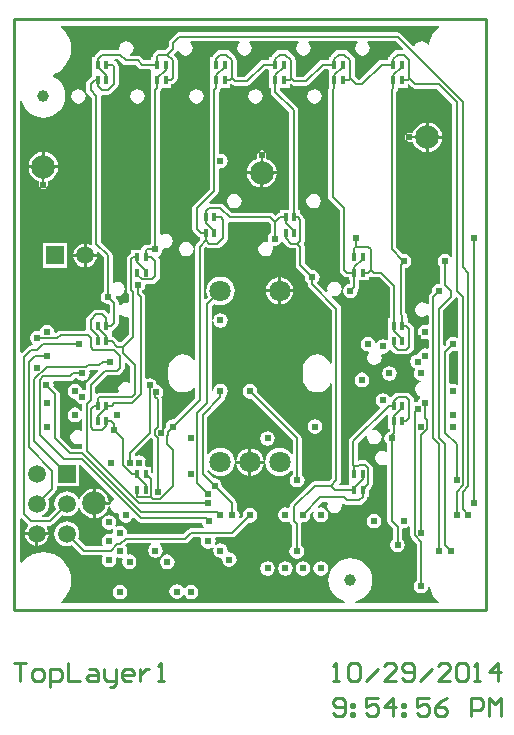
<source format=gtl>
%FSLAX25Y25*%
%MOIN*%
G70*
G01*
G75*
G04 Layer_Physical_Order=1*
G04 Layer_Color=255*
%ADD10C,0.03937*%
%ADD11R,0.01575X0.02756*%
%ADD12C,0.07874*%
%ADD13C,0.00591*%
%ADD14C,0.01000*%
%ADD15R,0.05906X0.05906*%
%ADD16C,0.05906*%
%ADD17R,0.05906X0.05906*%
%ADD18C,0.07087*%
%ADD19C,0.02441*%
G36*
X-50580Y762D02*
X-54214Y-2873D01*
X-54540Y-3361D01*
X-54655Y-3937D01*
Y-5232D01*
X-55155Y-5565D01*
X-55854Y-5425D01*
X-55983Y-5339D01*
X-56057Y-4969D01*
X-56587Y-4174D01*
X-57382Y-3643D01*
X-58319Y-3457D01*
X-59256Y-3643D01*
X-60050Y-4174D01*
X-60581Y-4969D01*
X-60768Y-5906D01*
X-60581Y-6843D01*
X-60050Y-7637D01*
X-59256Y-8168D01*
X-58319Y-8354D01*
X-58190Y-8440D01*
X-58117Y-8811D01*
X-57586Y-9606D01*
X-56791Y-10136D01*
X-55854Y-10323D01*
X-55836Y-10338D01*
Y-12273D01*
X-56336Y-12424D01*
X-56587Y-12048D01*
X-57382Y-11517D01*
X-58319Y-11331D01*
X-59256Y-11517D01*
X-60050Y-12048D01*
X-60581Y-12843D01*
X-60768Y-13780D01*
X-60581Y-14717D01*
X-60050Y-15511D01*
X-59256Y-16042D01*
X-58319Y-16228D01*
X-57382Y-16042D01*
X-56587Y-15511D01*
X-56336Y-15135D01*
X-55836Y-15286D01*
Y-18922D01*
X-56277Y-19158D01*
X-56508Y-19004D01*
X-57437Y-18819D01*
X-58366Y-19004D01*
X-59154Y-19530D01*
X-59680Y-20318D01*
X-59865Y-21247D01*
X-59680Y-22176D01*
X-59154Y-22963D01*
X-58366Y-23490D01*
X-57437Y-23674D01*
X-56508Y-23490D01*
X-56277Y-23335D01*
X-55836Y-23571D01*
Y-24851D01*
X-56102Y-25069D01*
X-59416D01*
X-63455Y-21030D01*
Y-6890D01*
X-63570Y-6314D01*
X-63896Y-5825D01*
X-65518Y-4204D01*
X-65465Y-3937D01*
X-65651Y-3000D01*
X-65698Y-2930D01*
X-65462Y-2489D01*
X-60039D01*
X-59463Y-2375D01*
X-58975Y-2049D01*
X-58432Y-1505D01*
X-57737D01*
X-57586Y-1732D01*
X-56791Y-2262D01*
X-55854Y-2449D01*
X-54917Y-2262D01*
X-54123Y-1732D01*
X-53592Y-937D01*
X-53406Y-0D01*
X-53561Y783D01*
X-53308Y1177D01*
X-53208Y1262D01*
X-50787D01*
X-50580Y762D01*
D02*
G37*
G36*
X69499Y7578D02*
Y-3641D01*
X68999Y-3908D01*
X68602Y-3643D01*
X67665Y-3457D01*
X66966Y-3596D01*
X66466Y-3263D01*
Y6514D01*
X67399Y7447D01*
X67665Y7394D01*
X68602Y7580D01*
X68999Y7845D01*
X69499Y7578D01*
D02*
G37*
G36*
X-43154Y19530D02*
X-42366Y19004D01*
X-41437Y18819D01*
X-40883Y18929D01*
X-40383Y18531D01*
Y12927D01*
X-42946Y10364D01*
X-43668D01*
X-45056Y11752D01*
X-45545Y12078D01*
X-46091Y12187D01*
Y12747D01*
X-46091Y13247D01*
X-46091Y13247D01*
Y13247D01*
X-46091D01*
X-46091Y13247D01*
Y14323D01*
X-45626Y14415D01*
X-45138Y14741D01*
X-44211Y15668D01*
X-43885Y16156D01*
X-43770Y16732D01*
Y19553D01*
X-43270Y19704D01*
X-43154Y19530D01*
D02*
G37*
G36*
X-32735Y-21631D02*
X-32724Y-21648D01*
X-32214Y-22158D01*
Y-32999D01*
X-32714Y-33259D01*
X-32844Y-33168D01*
Y-31072D01*
X-34522D01*
X-34724Y-30694D01*
X-34737Y-30572D01*
X-34559Y-29677D01*
X-34746Y-28740D01*
X-35276Y-27946D01*
X-36071Y-27415D01*
X-37008Y-27228D01*
X-37945Y-27415D01*
X-37947Y-27416D01*
X-38452Y-27170D01*
X-38489Y-26838D01*
X-33233Y-21582D01*
X-32735Y-21631D01*
D02*
G37*
G36*
X-6721Y50491D02*
X6174D01*
X6899Y49766D01*
Y46863D01*
X6673Y46712D01*
X6142Y45917D01*
X5956Y44980D01*
X6111Y44203D01*
X5841Y43845D01*
X5726Y43770D01*
X5247Y43865D01*
X4318Y43680D01*
X3530Y43154D01*
X3004Y42366D01*
X2819Y41437D01*
X3004Y40508D01*
X3530Y39720D01*
X4318Y39194D01*
X5247Y39009D01*
X6176Y39194D01*
X6963Y39720D01*
X7490Y40508D01*
X7674Y41437D01*
X7523Y42197D01*
X7806Y42566D01*
X7908Y42630D01*
X8405Y42532D01*
X9342Y42718D01*
X10136Y43249D01*
X10483Y43768D01*
X11101Y43857D01*
X12715Y42243D01*
X13204Y41916D01*
X13780Y41802D01*
X15124D01*
X15227Y41699D01*
Y36220D01*
X15342Y35644D01*
X15668Y35156D01*
X18372Y32452D01*
X18319Y32185D01*
X18506Y31248D01*
X19036Y30454D01*
X19262Y30303D01*
Y29724D01*
X19377Y29148D01*
X19703Y28660D01*
X27333Y21030D01*
Y3416D01*
X26833Y3316D01*
X26568Y3957D01*
X25810Y4944D01*
X24824Y5702D01*
X23674Y6178D01*
X22441Y6340D01*
X21208Y6178D01*
X20058Y5702D01*
X19072Y4944D01*
X18314Y3957D01*
X17838Y2808D01*
X17676Y1575D01*
Y-1575D01*
X17838Y-2808D01*
X18314Y-3957D01*
X19072Y-4944D01*
X20058Y-5702D01*
X21208Y-6178D01*
X22441Y-6340D01*
X23674Y-6178D01*
X24824Y-5702D01*
X25810Y-4944D01*
X26568Y-3957D01*
X26833Y-3316D01*
X27333Y-3416D01*
Y-34810D01*
X26247Y-35896D01*
X21654D01*
X21078Y-36011D01*
X20589Y-36337D01*
X13699Y-43227D01*
X13373Y-43715D01*
X13259Y-44291D01*
Y-44647D01*
X12818Y-44883D01*
X12748Y-44836D01*
X11811Y-44650D01*
X10874Y-44836D01*
X10080Y-45367D01*
X9549Y-46161D01*
X9362Y-47098D01*
X9549Y-48035D01*
X10080Y-48830D01*
X10874Y-49361D01*
X11811Y-49547D01*
X12748Y-49361D01*
X12775Y-49343D01*
X13330Y-49573D01*
X13373Y-49789D01*
X13699Y-50277D01*
X14105Y-50683D01*
Y-57409D01*
X13879Y-57560D01*
X13348Y-58354D01*
X13162Y-59291D01*
X13348Y-60228D01*
X13879Y-61023D01*
X14673Y-61554D01*
X15610Y-61740D01*
X16547Y-61554D01*
X17342Y-61023D01*
X17873Y-60228D01*
X18059Y-59291D01*
X17873Y-58354D01*
X17342Y-57560D01*
X17116Y-57409D01*
Y-50059D01*
X17090Y-49932D01*
X17516Y-49507D01*
X17717Y-49547D01*
X18654Y-49361D01*
X19448Y-48830D01*
X19979Y-48035D01*
X20165Y-47098D01*
X20112Y-46832D01*
X20867Y-46077D01*
X21328Y-46323D01*
X21173Y-47098D01*
X21360Y-48035D01*
X21891Y-48830D01*
X22685Y-49361D01*
X23622Y-49547D01*
X24559Y-49361D01*
X25354Y-48830D01*
X25884Y-48035D01*
X26071Y-47098D01*
X25884Y-46161D01*
X25354Y-45367D01*
X24559Y-44836D01*
X23622Y-44650D01*
X22847Y-44804D01*
X22601Y-44343D01*
X24100Y-42844D01*
X25679D01*
X25931Y-43344D01*
X25763Y-44190D01*
X25948Y-45120D01*
X26474Y-45907D01*
X27261Y-46433D01*
X28190Y-46618D01*
X29120Y-46433D01*
X29907Y-45907D01*
X30433Y-45120D01*
X30618Y-44190D01*
X30516Y-43674D01*
X30872Y-43144D01*
X31131Y-43103D01*
X31416Y-43387D01*
X31904Y-43714D01*
X32480Y-43828D01*
X36417D01*
X36993Y-43714D01*
X37482Y-43387D01*
X38633Y-42236D01*
X38959Y-41748D01*
X39046Y-41309D01*
X39537D01*
Y-38910D01*
X40435Y-38012D01*
X40761Y-37524D01*
X40875Y-36948D01*
Y-31496D01*
X40761Y-30920D01*
X40435Y-30432D01*
X39450Y-29447D01*
X38962Y-29121D01*
X38386Y-29006D01*
X36417D01*
X36341Y-29022D01*
X35954Y-28705D01*
Y-23261D01*
X38631Y-20584D01*
X39092Y-20830D01*
X39009Y-21247D01*
X39194Y-22176D01*
X39720Y-22963D01*
X40508Y-23490D01*
X41437Y-23674D01*
X42366Y-23490D01*
X43154Y-22963D01*
X43680Y-22176D01*
X43865Y-21247D01*
X43680Y-20318D01*
X43154Y-19530D01*
X42366Y-19004D01*
X41437Y-18819D01*
X41021Y-18902D01*
X40775Y-18441D01*
X45591Y-13625D01*
X46091Y-13832D01*
Y-18365D01*
X46554D01*
Y-19061D01*
X46180Y-19436D01*
X46131Y-19509D01*
X45513Y-19922D01*
X44982Y-20717D01*
X44796Y-21654D01*
X44982Y-22591D01*
X45513Y-23385D01*
X45739Y-23536D01*
Y-25831D01*
X45298Y-26067D01*
X45120Y-25948D01*
X44190Y-25763D01*
X43261Y-25948D01*
X42474Y-26474D01*
X41948Y-27261D01*
X41763Y-28190D01*
X41948Y-29120D01*
X42474Y-29907D01*
X43261Y-30433D01*
X44190Y-30618D01*
X45120Y-30433D01*
X45298Y-30314D01*
X45739Y-30550D01*
Y-49213D01*
X45853Y-49789D01*
X46180Y-50277D01*
X47707Y-51805D01*
Y-55204D01*
X47481Y-55355D01*
X46950Y-56150D01*
X46764Y-57087D01*
X46950Y-58024D01*
X47481Y-58818D01*
X48276Y-59349D01*
X49213Y-59535D01*
X50150Y-59349D01*
X50944Y-58818D01*
X51475Y-58024D01*
X51661Y-57087D01*
X51475Y-56150D01*
X50944Y-55355D01*
X50718Y-55204D01*
Y-51963D01*
X51104Y-51646D01*
X51181Y-51661D01*
X52118Y-51475D01*
X52912Y-50944D01*
X52945Y-50895D01*
X53424Y-51040D01*
Y-53971D01*
X53539Y-54547D01*
X53865Y-55035D01*
X55581Y-56752D01*
Y-68984D01*
X55355Y-69135D01*
X54824Y-69929D01*
X54638Y-70866D01*
X54824Y-71803D01*
X55355Y-72598D01*
X56150Y-73128D01*
X57087Y-73315D01*
X58024Y-73128D01*
X58818Y-72598D01*
X59349Y-71803D01*
X59444Y-71327D01*
X59958Y-71301D01*
X60309Y-72455D01*
X61168Y-74063D01*
X62324Y-75471D01*
X63023Y-76046D01*
X62855Y-76516D01*
X35162D01*
X35088Y-76016D01*
X36265Y-75659D01*
X37531Y-74983D01*
X38640Y-74073D01*
X39550Y-72964D01*
X40226Y-71698D01*
X40643Y-70325D01*
X40783Y-68898D01*
X40643Y-67470D01*
X40226Y-66097D01*
X39550Y-64832D01*
X38640Y-63722D01*
X37531Y-62812D01*
X36265Y-62136D01*
X34892Y-61720D01*
X33465Y-61579D01*
X32037Y-61720D01*
X30664Y-62136D01*
X29399Y-62812D01*
X28289Y-63722D01*
X27379Y-64832D01*
X26703Y-66097D01*
X26287Y-67470D01*
X26146Y-68898D01*
X26287Y-70325D01*
X26703Y-71698D01*
X27379Y-72964D01*
X28289Y-74073D01*
X29399Y-74983D01*
X30664Y-75659D01*
X31841Y-76016D01*
X31767Y-76516D01*
X-62855D01*
X-63023Y-76046D01*
X-62324Y-75471D01*
X-61168Y-74063D01*
X-60309Y-72455D01*
X-59780Y-70711D01*
X-59601Y-68898D01*
X-59780Y-67084D01*
X-60309Y-65340D01*
X-61168Y-63733D01*
X-62324Y-62324D01*
X-63733Y-61168D01*
X-65340Y-60309D01*
X-67084Y-59780D01*
X-68898Y-59601D01*
X-70711Y-59780D01*
X-72455Y-60309D01*
X-74063Y-61168D01*
X-75471Y-62324D01*
X-76046Y-63023D01*
X-76516Y-62855D01*
Y-48367D01*
X-76016Y-48160D01*
X-74023Y-50153D01*
X-73922Y-50430D01*
X-73980Y-50824D01*
X-74476Y-51471D01*
X-74875Y-52433D01*
X-74945Y-52965D01*
X-67103D01*
X-67173Y-52433D01*
X-67571Y-51471D01*
X-67805Y-51166D01*
X-67584Y-50718D01*
X-66772D01*
X-66196Y-50603D01*
X-65707Y-50277D01*
X-62682Y-47252D01*
X-62103Y-47492D01*
X-61024Y-47634D01*
X-59944Y-47492D01*
X-58939Y-47076D01*
X-58075Y-46413D01*
X-57413Y-45549D01*
X-57169Y-44960D01*
X-56628D01*
X-56281Y-45797D01*
X-55490Y-46828D01*
X-54458Y-47620D01*
X-53257Y-48117D01*
X-52469Y-48221D01*
Y-43307D01*
Y-38393D01*
X-53257Y-38497D01*
X-54458Y-38995D01*
X-55490Y-39786D01*
X-56281Y-40817D01*
X-56693Y-41811D01*
X-57234D01*
X-57413Y-41380D01*
X-58075Y-40516D01*
X-58939Y-39854D01*
X-59944Y-39437D01*
X-61024Y-39295D01*
X-62103Y-39437D01*
X-63108Y-39854D01*
X-63972Y-40516D01*
X-64635Y-41380D01*
X-65051Y-42385D01*
X-65193Y-43465D01*
X-65051Y-44544D01*
X-64811Y-45123D01*
X-67395Y-47707D01*
X-69158D01*
X-69257Y-47207D01*
X-68939Y-47076D01*
X-68075Y-46413D01*
X-67413Y-45549D01*
X-66996Y-44544D01*
X-66854Y-43465D01*
X-66996Y-42385D01*
X-67236Y-41806D01*
X-64881Y-39450D01*
X-64554Y-38962D01*
X-64440Y-38386D01*
Y-37598D01*
X-56890D01*
Y-30592D01*
X-56390Y-30385D01*
X-45268Y-41506D01*
X-45368Y-42114D01*
X-45907Y-42474D01*
X-46433Y-43261D01*
X-46567Y-43932D01*
X-47060Y-43851D01*
X-47055Y-43807D01*
X-51468D01*
Y-48221D01*
X-50680Y-48117D01*
X-49479Y-47620D01*
X-48447Y-46828D01*
X-47656Y-45797D01*
X-47159Y-44596D01*
X-47099Y-44142D01*
X-46618Y-44190D01*
X-46433Y-45120D01*
X-45907Y-45907D01*
X-45120Y-46433D01*
X-44190Y-46618D01*
X-44082Y-46597D01*
X-43729Y-46950D01*
X-43787Y-47244D01*
X-43601Y-48181D01*
X-43070Y-48976D01*
X-42276Y-49506D01*
X-41339Y-49693D01*
X-40402Y-49506D01*
X-39607Y-48976D01*
X-39166Y-48316D01*
X-38603Y-48171D01*
X-37482Y-49293D01*
X-36993Y-49619D01*
X-36417Y-49734D01*
X-16125D01*
X-16042Y-50150D01*
X-15511Y-50944D01*
X-15211Y-51144D01*
X-15363Y-51644D01*
X-19685D01*
X-20261Y-51759D01*
X-20749Y-52085D01*
X-22277Y-53613D01*
X-40556D01*
X-40874Y-53226D01*
X-40859Y-53150D01*
X-41045Y-52213D01*
X-41576Y-51418D01*
X-42370Y-50887D01*
X-43307Y-50701D01*
X-44244Y-50887D01*
X-44465Y-51035D01*
X-44825Y-50674D01*
X-44738Y-50543D01*
X-44551Y-49606D01*
X-44738Y-48669D01*
X-45269Y-47875D01*
X-46063Y-47344D01*
X-47000Y-47158D01*
X-47937Y-47344D01*
X-48731Y-47875D01*
X-49262Y-48669D01*
X-49449Y-49606D01*
X-49262Y-50543D01*
X-48731Y-51338D01*
X-47937Y-51868D01*
X-47000Y-52055D01*
X-46063Y-51868D01*
X-45842Y-51721D01*
X-45482Y-52082D01*
X-45569Y-52213D01*
X-45756Y-53150D01*
X-45723Y-53315D01*
X-46172Y-53622D01*
X-47000Y-53457D01*
X-47937Y-53643D01*
X-48731Y-54174D01*
X-49262Y-54969D01*
X-49449Y-55905D01*
X-49262Y-56843D01*
X-49084Y-57109D01*
X-49320Y-57550D01*
X-54810D01*
X-57236Y-55123D01*
X-56996Y-54544D01*
X-56854Y-53465D01*
X-56996Y-52385D01*
X-57413Y-51380D01*
X-58075Y-50516D01*
X-58939Y-49854D01*
X-59944Y-49437D01*
X-61024Y-49295D01*
X-62103Y-49437D01*
X-63108Y-49854D01*
X-63972Y-50516D01*
X-64635Y-51380D01*
X-65051Y-52385D01*
X-65193Y-53465D01*
X-65051Y-54544D01*
X-64635Y-55549D01*
X-63972Y-56413D01*
X-63108Y-57076D01*
X-62103Y-57492D01*
X-61024Y-57634D01*
X-59944Y-57492D01*
X-59365Y-57252D01*
X-56498Y-60119D01*
X-56009Y-60446D01*
X-55433Y-60560D01*
X-49320D01*
X-49084Y-61001D01*
X-49262Y-61268D01*
X-49449Y-62205D01*
X-49262Y-63142D01*
X-48731Y-63936D01*
X-47937Y-64467D01*
X-47000Y-64653D01*
X-46063Y-64467D01*
X-45269Y-63936D01*
X-44738Y-63142D01*
X-44551Y-62205D01*
X-44664Y-61638D01*
X-44244Y-61317D01*
X-43307Y-61504D01*
X-42740Y-61391D01*
X-42420Y-61811D01*
X-42606Y-62748D01*
X-42420Y-63685D01*
X-41889Y-64480D01*
X-41094Y-65010D01*
X-40157Y-65197D01*
X-39220Y-65010D01*
X-38426Y-64480D01*
X-37895Y-63685D01*
X-37709Y-62748D01*
X-37895Y-61811D01*
X-38426Y-61017D01*
X-39220Y-60486D01*
X-40157Y-60299D01*
X-40724Y-60412D01*
X-41045Y-59992D01*
X-40859Y-59055D01*
X-41045Y-58118D01*
X-41567Y-57337D01*
X-40853Y-56623D01*
X-33079D01*
X-32928Y-57123D01*
X-33228Y-57324D01*
X-33758Y-58118D01*
X-33945Y-59055D01*
X-33758Y-59992D01*
X-33228Y-60787D01*
X-32433Y-61317D01*
X-31496Y-61504D01*
X-30559Y-61317D01*
X-29765Y-60787D01*
X-29234Y-59992D01*
X-29047Y-59055D01*
X-29234Y-58118D01*
X-29765Y-57324D01*
X-30064Y-57123D01*
X-29913Y-56623D01*
X-21654D01*
X-21078Y-56509D01*
X-20589Y-56182D01*
X-19061Y-54655D01*
X-16537D01*
X-16229Y-55155D01*
X-16378Y-55905D01*
X-16191Y-56843D01*
X-15661Y-57637D01*
X-14866Y-58168D01*
X-13929Y-58354D01*
X-12992Y-58168D01*
X-12523Y-57854D01*
X-12269Y-58015D01*
X-12118Y-58185D01*
X-12291Y-59055D01*
X-12105Y-59992D01*
X-11574Y-60787D01*
X-10780Y-61317D01*
X-9843Y-61504D01*
X-9655Y-61466D01*
X-9301Y-61820D01*
X-9338Y-62008D01*
X-9152Y-62945D01*
X-8621Y-63739D01*
X-7827Y-64270D01*
X-6890Y-64456D01*
X-5953Y-64270D01*
X-5158Y-63739D01*
X-4628Y-62945D01*
X-4441Y-62008D01*
X-4628Y-61071D01*
X-5158Y-60276D01*
X-5953Y-59746D01*
X-6890Y-59559D01*
X-7078Y-59597D01*
X-7431Y-59243D01*
X-7394Y-59055D01*
X-7580Y-58118D01*
X-8111Y-57324D01*
X-8906Y-56793D01*
X-9843Y-56607D01*
X-10780Y-56793D01*
X-11248Y-57106D01*
X-11502Y-56946D01*
X-11654Y-56775D01*
X-11480Y-55905D01*
X-11630Y-55155D01*
X-11321Y-54655D01*
X-5906D01*
X-5330Y-54540D01*
X-4841Y-54214D01*
X-267Y-49640D01*
X0Y-49693D01*
X937Y-49506D01*
X1731Y-48976D01*
X2262Y-48181D01*
X2449Y-47244D01*
X2262Y-46307D01*
X1731Y-45513D01*
X937Y-44982D01*
X0Y-44796D01*
X-937Y-44982D01*
X-1731Y-45513D01*
X-2262Y-46307D01*
X-2449Y-47244D01*
X-2396Y-47511D01*
X-3150Y-48266D01*
X-3611Y-48019D01*
X-3457Y-47244D01*
X-3643Y-46307D01*
X-4174Y-45513D01*
X-4400Y-45362D01*
Y-43307D01*
X-4515Y-42731D01*
X-4841Y-42243D01*
X-9415Y-37668D01*
X-9362Y-37402D01*
X-9549Y-36465D01*
X-10080Y-35670D01*
X-10874Y-35139D01*
X-11811Y-34953D01*
X-12078Y-35006D01*
X-14243Y-32841D01*
Y-32375D01*
X-13743Y-32205D01*
X-13212Y-32897D01*
X-12225Y-33654D01*
X-11076Y-34130D01*
X-9843Y-34293D01*
X-8609Y-34130D01*
X-7460Y-33654D01*
X-6473Y-32897D01*
X-5716Y-31910D01*
X-5240Y-30761D01*
X-5077Y-29528D01*
X-5240Y-28294D01*
X-5716Y-27145D01*
X-6473Y-26158D01*
X-7460Y-25401D01*
X-8609Y-24925D01*
X-9843Y-24762D01*
X-11076Y-24925D01*
X-12225Y-25401D01*
X-13212Y-26158D01*
X-13743Y-26850D01*
X-14243Y-26680D01*
Y-14403D01*
X-8778Y-8938D01*
X-8452Y-8450D01*
X-8337Y-7874D01*
Y-7788D01*
X-8111Y-7637D01*
X-7580Y-6843D01*
X-7394Y-5906D01*
X-7580Y-4969D01*
X-8111Y-4174D01*
X-8906Y-3643D01*
X-9843Y-3457D01*
X-10780Y-3643D01*
X-11574Y-4174D01*
X-12105Y-4969D01*
X-12266Y-5781D01*
X-12766Y-5732D01*
Y17543D01*
X-12330Y17586D01*
X-12293Y17589D01*
X-12271Y17592D01*
X-12266Y17592D01*
X-12223Y17372D01*
X-12223Y17372D01*
X-12105Y16780D01*
X-11574Y15985D01*
X-10780Y15454D01*
X-9843Y15268D01*
X-8906Y15454D01*
X-8111Y15985D01*
X-7580Y16780D01*
X-7394Y17717D01*
X-7580Y18654D01*
X-8111Y19448D01*
X-8906Y19979D01*
X-9843Y20165D01*
X-10780Y19979D01*
X-11574Y19448D01*
X-12105Y18654D01*
X-12223Y18061D01*
X-12223Y18061D01*
X-12266Y17841D01*
X-12271Y17842D01*
X-12293Y17844D01*
X-12330Y17848D01*
X-12766Y17890D01*
Y22506D01*
X-11953Y23320D01*
X-11076Y22956D01*
X-9843Y22794D01*
X-8609Y22956D01*
X-7460Y23432D01*
X-6473Y24190D01*
X-5716Y25177D01*
X-5240Y26326D01*
X-5077Y27559D01*
X-5240Y28792D01*
X-5716Y29942D01*
X-6473Y30929D01*
X-7460Y31686D01*
X-8609Y32162D01*
X-9843Y32324D01*
X-11076Y32162D01*
X-12225Y31686D01*
X-13212Y30929D01*
X-13969Y29942D01*
X-14445Y28792D01*
X-14608Y27559D01*
X-14445Y26326D01*
X-14082Y25448D01*
X-14765Y24765D01*
X-15227Y24957D01*
Y41699D01*
X-14625Y42302D01*
X-14566Y42243D01*
X-14077Y41916D01*
X-13501Y41802D01*
X-10827D01*
X-10251Y41916D01*
X-9762Y42243D01*
X-7794Y44211D01*
X-7468Y44699D01*
X-7353Y45276D01*
Y50107D01*
X-6853Y50517D01*
X-6721Y50491D01*
D02*
G37*
G36*
X-39891Y2329D02*
Y-2886D01*
X-40332Y-3121D01*
X-40508Y-3004D01*
X-41437Y-2819D01*
X-42366Y-3004D01*
X-43154Y-3530D01*
X-43680Y-4318D01*
X-43865Y-5247D01*
X-43741Y-5869D01*
X-44107Y-6369D01*
X-50197D01*
X-50773Y-6483D01*
X-51144Y-6731D01*
X-51644Y-6551D01*
Y-4561D01*
X-47605Y-521D01*
X-44291D01*
X-43715Y-406D01*
X-43227Y-80D01*
X-42243Y904D01*
X-41916Y1393D01*
X-41802Y1969D01*
Y3587D01*
X-41340Y3778D01*
X-39891Y2329D01*
D02*
G37*
G36*
X6496Y101094D02*
Y100394D01*
X6496Y100394D01*
X6496D01*
Y95276D01*
X6959D01*
Y93898D01*
X7074Y93322D01*
X7400Y92833D01*
X13119Y87114D01*
Y54555D01*
X9900D01*
Y53479D01*
X9436Y53387D01*
X8947Y53061D01*
X8405Y52518D01*
X7862Y53061D01*
X7374Y53387D01*
X6798Y53501D01*
X-6097D01*
X-8778Y56182D01*
X-9267Y56509D01*
X-9843Y56623D01*
X-13375D01*
X-13582Y57123D01*
X-10884Y59821D01*
X-10558Y60310D01*
X-10443Y60886D01*
Y68143D01*
X-10057Y68460D01*
X-9843Y68418D01*
X-8906Y68604D01*
X-8111Y69135D01*
X-7580Y69929D01*
X-7394Y70866D01*
X-7580Y71803D01*
X-8111Y72598D01*
X-8906Y73128D01*
X-9843Y73315D01*
X-10057Y73272D01*
X-10443Y73589D01*
Y93727D01*
X-10156Y94014D01*
X-9830Y94503D01*
X-9715Y95079D01*
Y95276D01*
X-6496D01*
Y96329D01*
X-6031Y96422D01*
X-5986Y96377D01*
X-5497Y96050D01*
X-4921Y95936D01*
X-984D01*
X-408Y96050D01*
X80Y96377D01*
X5151Y101447D01*
X6143D01*
X6496Y101094D01*
D02*
G37*
G36*
X26181D02*
Y100394D01*
X26181Y100394D01*
X26181D01*
Y95276D01*
X26181Y95276D01*
X26116Y94802D01*
X26054Y94488D01*
Y58957D01*
X26168Y58381D01*
X26495Y57892D01*
X29892Y54495D01*
Y34547D01*
X30007Y33971D01*
X30333Y33483D01*
X31249Y32567D01*
X31737Y32241D01*
X32313Y32126D01*
X32844D01*
Y31072D01*
X33307D01*
Y29976D01*
X32528Y29821D01*
X31733Y29291D01*
X31202Y28496D01*
X31016Y27559D01*
X31202Y26622D01*
X31733Y25828D01*
X32528Y25297D01*
X33465Y25110D01*
X34402Y25297D01*
X35196Y25828D01*
X35727Y26622D01*
X35913Y27559D01*
X35860Y27826D01*
X35877Y27843D01*
X36203Y28331D01*
X36318Y28907D01*
Y31072D01*
X39537D01*
Y32159D01*
X39946Y32241D01*
X40354Y32513D01*
X40762Y32241D01*
X41339Y32126D01*
X43107D01*
X46554Y28679D01*
Y18365D01*
X46091D01*
Y13747D01*
X46091Y13247D01*
X46091Y13247D01*
X46091Y13247D01*
X46091Y13247D01*
Y11299D01*
X45650Y11063D01*
X45351Y11262D01*
X44414Y11449D01*
X43477Y11262D01*
X42683Y10732D01*
X42274Y10119D01*
X41743Y10225D01*
X41632Y10780D01*
X41102Y11574D01*
X40307Y12105D01*
X39370Y12291D01*
X38433Y12105D01*
X37639Y11574D01*
X37108Y10780D01*
X36922Y9843D01*
X37108Y8906D01*
X37639Y8111D01*
X38433Y7580D01*
X39370Y7394D01*
X39505Y7421D01*
X39702Y7004D01*
X39713Y6952D01*
X39194Y6176D01*
X39009Y5247D01*
X39194Y4318D01*
X39720Y3530D01*
X40508Y3004D01*
X41437Y2819D01*
X42366Y3004D01*
X43154Y3530D01*
X43680Y4318D01*
X43865Y5247D01*
X43680Y6176D01*
X43671Y6190D01*
X43971Y6640D01*
X44414Y6552D01*
X45351Y6738D01*
X46146Y7269D01*
X46501Y7801D01*
X46668Y7856D01*
X47106Y7852D01*
X48148Y6810D01*
X48636Y6483D01*
X49213Y6369D01*
X52165D01*
X52741Y6483D01*
X53230Y6810D01*
X54214Y7794D01*
X54540Y8282D01*
X54655Y8858D01*
Y14764D01*
X54540Y15340D01*
X54214Y15828D01*
X53172Y16870D01*
X52784Y17130D01*
Y18365D01*
X52320D01*
Y19067D01*
X52206Y19643D01*
X51880Y20131D01*
X51702Y20309D01*
Y35037D01*
X52217Y35139D01*
X53011Y35670D01*
X53542Y36465D01*
X53728Y37402D01*
X53542Y38339D01*
X53011Y39133D01*
X52217Y39664D01*
X51279Y39850D01*
X50931Y39781D01*
X48749Y41962D01*
Y93865D01*
X48899Y94014D01*
X49225Y94503D01*
X49340Y95079D01*
Y95276D01*
X52559D01*
Y96329D01*
X53024Y96422D01*
X54054Y95392D01*
X54542Y95066D01*
X55118Y94951D01*
X62369D01*
X67392Y89928D01*
Y38985D01*
X66892Y38833D01*
X66692Y39133D01*
X65898Y39664D01*
X64961Y39850D01*
X64024Y39664D01*
X63229Y39133D01*
X62698Y38339D01*
X62512Y37402D01*
X62698Y36465D01*
X63229Y35670D01*
X63455Y35519D01*
Y30310D01*
X63069Y29992D01*
X62992Y30008D01*
X62055Y29821D01*
X61261Y29291D01*
X60730Y28496D01*
X60544Y27559D01*
X60597Y27292D01*
X59959Y26655D01*
X59633Y26167D01*
X59518Y25591D01*
Y23249D01*
X59018Y23054D01*
X58366Y23490D01*
X57437Y23674D01*
X56508Y23490D01*
X55721Y22963D01*
X55194Y22176D01*
X55009Y21247D01*
X55194Y20318D01*
X55721Y19530D01*
X56508Y19004D01*
X57437Y18819D01*
X58366Y19004D01*
X59018Y19439D01*
X59518Y19244D01*
Y16422D01*
X59018Y16089D01*
X58319Y16228D01*
X57382Y16042D01*
X56587Y15511D01*
X56057Y14717D01*
X55870Y13780D01*
X56057Y12843D01*
X56587Y12048D01*
X57382Y11517D01*
X58319Y11331D01*
X59018Y11470D01*
X59518Y11137D01*
Y8548D01*
X59018Y8215D01*
X58319Y8354D01*
X57382Y8168D01*
X56587Y7637D01*
X56057Y6843D01*
X55983Y6472D01*
X55854Y6386D01*
X54917Y6199D01*
X54123Y5669D01*
X53592Y4874D01*
X53406Y3937D01*
X53592Y3000D01*
X54123Y2206D01*
X54917Y1675D01*
X55070Y1305D01*
X54824Y937D01*
X54638Y0D01*
X54824Y-937D01*
X55355Y-1731D01*
X56150Y-2262D01*
X56911Y-2414D01*
Y-2923D01*
X56508Y-3004D01*
X55721Y-3530D01*
X55194Y-4318D01*
X55009Y-5247D01*
X55194Y-6176D01*
X55721Y-6963D01*
X56508Y-7490D01*
X56645Y-7517D01*
X56743Y-8007D01*
X56587Y-8111D01*
X56057Y-8906D01*
X55983Y-9277D01*
X55854Y-9362D01*
X55155Y-9501D01*
X54655Y-9168D01*
Y-8858D01*
X54540Y-8282D01*
X54214Y-7794D01*
X53230Y-6810D01*
X52741Y-6483D01*
X52165Y-6369D01*
X49213D01*
X48636Y-6483D01*
X48148Y-6810D01*
X47106Y-7852D01*
X46668Y-7856D01*
X46502Y-7801D01*
X46146Y-7269D01*
X45351Y-6738D01*
X44414Y-6551D01*
X43477Y-6738D01*
X42683Y-7269D01*
X42152Y-8063D01*
X41966Y-9000D01*
X42152Y-9937D01*
X42683Y-10731D01*
X43184Y-11067D01*
X43266Y-11691D01*
X33384Y-21573D01*
X33058Y-22062D01*
X32943Y-22638D01*
Y-30512D01*
X33014Y-30865D01*
X32844Y-31072D01*
X32844D01*
Y-36191D01*
X32844Y-36191D01*
X32844D01*
Y-37244D01*
X29809D01*
X29618Y-36782D01*
X29903Y-36498D01*
X30229Y-36009D01*
X30344Y-35433D01*
Y21654D01*
X30229Y22230D01*
X29903Y22718D01*
X27163Y25457D01*
X27410Y25918D01*
X28190Y25763D01*
X29120Y25948D01*
X29907Y26474D01*
X30433Y27261D01*
X30618Y28190D01*
X30433Y29120D01*
X29907Y29907D01*
X29120Y30433D01*
X28190Y30618D01*
X27261Y30433D01*
X26474Y29907D01*
X25948Y29120D01*
X25763Y28190D01*
X25918Y27410D01*
X25457Y27163D01*
X22469Y30152D01*
X22499Y30454D01*
X23030Y31248D01*
X23216Y32185D01*
X23030Y33122D01*
X22499Y33917D01*
X21705Y34447D01*
X20768Y34634D01*
X20501Y34581D01*
X18238Y36844D01*
Y42323D01*
X18123Y42899D01*
X17850Y43307D01*
X18123Y43715D01*
X18238Y44291D01*
Y51181D01*
X18123Y51757D01*
X17797Y52245D01*
X16982Y53061D01*
X16593Y53320D01*
Y54555D01*
X16130D01*
Y87738D01*
X16015Y88314D01*
X15689Y88802D01*
X9970Y94521D01*
Y95276D01*
X13189D01*
Y96329D01*
X13654Y96422D01*
X13699Y96377D01*
X14188Y96050D01*
X14764Y95936D01*
X18701D01*
X19277Y96050D01*
X19765Y96377D01*
X24836Y101447D01*
X25828D01*
X26181Y101094D01*
D02*
G37*
G36*
X50984Y108305D02*
X50777Y107805D01*
X49213D01*
X48636Y107690D01*
X48148Y107364D01*
X46770Y105986D01*
X46454Y105512D01*
X45866D01*
Y104458D01*
X43898D01*
X43322Y104343D01*
X42833Y104017D01*
X36778Y97962D01*
X36057D01*
X34970Y99049D01*
Y104331D01*
X34855Y104907D01*
X34529Y105395D01*
X32561Y107364D01*
X32072Y107690D01*
X31496Y107805D01*
X29528D01*
X28951Y107690D01*
X28463Y107364D01*
X27085Y105986D01*
X26769Y105512D01*
X26181D01*
Y104458D01*
X24213D01*
X23637Y104343D01*
X23148Y104017D01*
X18077Y98946D01*
X15387D01*
X15285Y99049D01*
Y100394D01*
X15285Y100394D01*
Y104331D01*
X15170Y104907D01*
X14844Y105395D01*
X12875Y107364D01*
X12387Y107690D01*
X11811Y107805D01*
X9843D01*
X9267Y107690D01*
X8778Y107364D01*
X7400Y105986D01*
X7084Y105512D01*
X6496D01*
Y104458D01*
X4528D01*
X3951Y104343D01*
X3463Y104017D01*
X-1608Y98946D01*
X-4298D01*
X-4400Y99049D01*
Y104331D01*
X-4515Y104907D01*
X-4841Y105395D01*
X-6810Y107364D01*
X-7298Y107690D01*
X-7874Y107805D01*
X-9843D01*
X-10419Y107690D01*
X-10907Y107364D01*
X-12285Y105986D01*
X-12601Y105512D01*
X-13189D01*
Y100394D01*
X-13189Y100394D01*
X-13189D01*
Y95276D01*
X-13189Y95276D01*
X-13303Y94981D01*
X-13340Y94926D01*
X-13454Y94350D01*
Y61509D01*
X-18781Y56182D01*
X-19107Y55694D01*
X-19222Y55118D01*
Y48228D01*
X-19107Y47652D01*
X-18781Y47164D01*
X-17431Y45814D01*
X-16942Y45487D01*
X-16593Y45418D01*
Y44591D01*
X-17797Y43387D01*
X-18123Y42899D01*
X-18238Y42323D01*
Y4679D01*
X-18738Y4509D01*
X-19072Y4944D01*
X-20058Y5702D01*
X-21208Y6178D01*
X-22441Y6340D01*
X-23674Y6178D01*
X-24824Y5702D01*
X-25810Y4944D01*
X-26568Y3957D01*
X-27044Y2808D01*
X-27206Y1575D01*
Y-1575D01*
X-27044Y-2808D01*
X-26568Y-3957D01*
X-25810Y-4944D01*
X-24824Y-5702D01*
X-23674Y-6178D01*
X-22441Y-6340D01*
X-21208Y-6178D01*
X-20058Y-5702D01*
X-19072Y-4944D01*
X-18738Y-4509D01*
X-18238Y-4679D01*
Y-8235D01*
X-25324Y-15321D01*
X-25591Y-15268D01*
X-26528Y-15454D01*
X-27322Y-15985D01*
X-27853Y-16780D01*
X-28039Y-17717D01*
X-27986Y-17983D01*
X-28512Y-18509D01*
X-28838Y-18997D01*
X-28953Y-19573D01*
Y-20133D01*
X-29025Y-20497D01*
X-29553Y-20607D01*
X-29644Y-20470D01*
X-30154Y-19960D01*
Y-19462D01*
X-29644Y-18952D01*
X-29318Y-18463D01*
X-29203Y-17887D01*
Y-8661D01*
X-29318Y-8085D01*
X-29545Y-7745D01*
X-29059Y-7018D01*
X-28872Y-6081D01*
X-29059Y-5144D01*
X-29590Y-4349D01*
X-30384Y-3818D01*
X-31067Y-3683D01*
X-31202Y-3000D01*
X-31733Y-2206D01*
X-32528Y-1675D01*
X-33465Y-1488D01*
X-34402Y-1675D01*
X-34471Y-1721D01*
X-34912Y-1486D01*
Y25591D01*
X-35027Y26167D01*
X-35353Y26655D01*
X-35876Y27178D01*
X-35847Y27678D01*
X-35670Y27796D01*
X-35139Y28591D01*
X-34953Y29528D01*
X-34678Y29862D01*
X-32609D01*
X-32033Y29977D01*
X-31544Y30303D01*
X-30432Y31416D01*
X-30105Y31904D01*
X-29991Y32480D01*
Y37402D01*
X-30105Y37978D01*
X-30432Y38466D01*
X-30569Y38603D01*
X-30425Y39166D01*
X-29765Y39607D01*
X-29234Y40402D01*
X-29047Y41339D01*
X-29065Y41427D01*
X-28640Y41852D01*
X-28190Y41763D01*
X-27261Y41948D01*
X-26474Y42474D01*
X-25948Y43261D01*
X-25763Y44190D01*
X-25948Y45120D01*
X-26474Y45907D01*
X-27261Y46433D01*
X-28190Y46618D01*
X-29120Y46433D01*
X-29491Y46185D01*
X-29991Y46453D01*
Y93865D01*
X-29841Y94014D01*
X-29515Y94503D01*
X-29400Y95079D01*
Y95276D01*
X-26181D01*
Y96329D01*
X-25605Y96444D01*
X-25117Y96770D01*
X-24526Y97361D01*
X-24200Y97849D01*
X-24085Y98425D01*
X-24085Y98425D01*
Y104331D01*
X-24200Y104907D01*
X-24526Y105395D01*
X-25430Y106299D01*
X-24526Y107203D01*
X-24297Y107547D01*
X-23772Y107473D01*
X-23771Y107465D01*
X-23244Y106677D01*
X-22457Y106151D01*
X-21528Y105966D01*
X-20598Y106151D01*
X-19811Y106677D01*
X-19285Y107465D01*
X-19100Y108394D01*
X-19285Y109323D01*
X-19811Y110110D01*
X-19944Y110199D01*
X-19793Y110699D01*
X-3578D01*
X-3426Y110199D01*
X-3559Y110110D01*
X-4086Y109323D01*
X-4270Y108394D01*
X-4086Y107465D01*
X-3559Y106677D01*
X-2772Y106151D01*
X-1843Y105966D01*
X-914Y106151D01*
X-126Y106677D01*
X400Y107465D01*
X585Y108394D01*
X400Y109323D01*
X-126Y110110D01*
X-259Y110199D01*
X-107Y110699D01*
X16107D01*
X16259Y110199D01*
X16126Y110110D01*
X15600Y109323D01*
X15415Y108394D01*
X15600Y107465D01*
X16126Y106677D01*
X16914Y106151D01*
X17842Y105966D01*
X18772Y106151D01*
X19559Y106677D01*
X20086Y107465D01*
X20270Y108394D01*
X20086Y109323D01*
X19559Y110110D01*
X19426Y110199D01*
X19578Y110699D01*
X35792D01*
X35944Y110199D01*
X35811Y110110D01*
X35285Y109323D01*
X35100Y108394D01*
X35285Y107465D01*
X35811Y106677D01*
X36599Y106151D01*
X37528Y105966D01*
X38457Y106151D01*
X39244Y106677D01*
X39770Y107465D01*
X39955Y108394D01*
X39770Y109323D01*
X39244Y110110D01*
X39111Y110199D01*
X39263Y110699D01*
X48589D01*
X50984Y108305D01*
D02*
G37*
G36*
X69499Y24829D02*
Y12107D01*
X68999Y11840D01*
X68602Y12105D01*
X67665Y12291D01*
X66728Y12105D01*
X65934Y11574D01*
X65403Y10780D01*
X65217Y9843D01*
X65262Y9616D01*
X64940Y9317D01*
X64497Y9502D01*
Y21030D01*
X67993Y24526D01*
X68320Y25014D01*
X68367Y25253D01*
X68910Y25418D01*
X69499Y24829D01*
D02*
G37*
G36*
X-42403Y103266D02*
X-41915Y102940D01*
X-41339Y102825D01*
X-38025D01*
X-37088Y101888D01*
X-36600Y101562D01*
X-36024Y101447D01*
X-33228D01*
X-32874Y101094D01*
Y100894D01*
Y100878D01*
X-32874Y100394D01*
Y100394D01*
X-32874D01*
X-32874Y100394D01*
Y95276D01*
X-32874Y95276D01*
X-32939Y94802D01*
X-33001Y94488D01*
Y43221D01*
X-33228Y43070D01*
X-33379Y42844D01*
X-34449D01*
X-35025Y42729D01*
X-35513Y42403D01*
X-35877Y42039D01*
X-36203Y41551D01*
X-36251Y41309D01*
X-39537D01*
Y40149D01*
X-39582Y40140D01*
X-40071Y39814D01*
X-40572Y39312D01*
X-40899Y38824D01*
X-41013Y38248D01*
Y27679D01*
X-40899Y27103D01*
X-40572Y26615D01*
X-40383Y26426D01*
Y23962D01*
X-40883Y23564D01*
X-41437Y23674D01*
X-42366Y23490D01*
X-43154Y22963D01*
X-43270Y22789D01*
X-43770Y22941D01*
Y23622D01*
X-43885Y24198D01*
X-44211Y24686D01*
X-44848Y25324D01*
X-44796Y25591D01*
X-44552Y25835D01*
X-44190Y25763D01*
X-43261Y25948D01*
X-42474Y26474D01*
X-41948Y27261D01*
X-41763Y28190D01*
X-41948Y29120D01*
X-42474Y29907D01*
X-43261Y30433D01*
X-44190Y30618D01*
X-45120Y30433D01*
X-45298Y30314D01*
X-45739Y30550D01*
Y39370D01*
X-45853Y39946D01*
X-46180Y40435D01*
X-49676Y43931D01*
Y92520D01*
X-49685Y92567D01*
X-49260Y92992D01*
X-49213Y92983D01*
X-47244D01*
X-46668Y93098D01*
X-46180Y93424D01*
X-44211Y95392D01*
X-43885Y95881D01*
X-43770Y96457D01*
Y102362D01*
X-43885Y102938D01*
X-44211Y103427D01*
X-44802Y104017D01*
X-45216Y104294D01*
X-45198Y104608D01*
X-45133Y104794D01*
X-43931D01*
X-42403Y103266D01*
D02*
G37*
G36*
X63023Y115416D02*
X62324Y114841D01*
X61168Y113433D01*
X60309Y111825D01*
X59780Y110081D01*
X59750Y109782D01*
X59235Y109653D01*
X58929Y110110D01*
X58142Y110637D01*
X57213Y110821D01*
X56283Y110637D01*
X55496Y110110D01*
X54970Y109323D01*
X54949Y109221D01*
X54471Y109075D01*
X50277Y113269D01*
X49789Y113595D01*
X49213Y113710D01*
X-23622D01*
X-24198Y113595D01*
X-24687Y113269D01*
X-26655Y111301D01*
X-26981Y110812D01*
X-27096Y110236D01*
Y108891D01*
X-28183Y107805D01*
X-30315D01*
X-30891Y107690D01*
X-31379Y107364D01*
X-31970Y106773D01*
X-32296Y106285D01*
X-32411Y105709D01*
Y105512D01*
X-32874D01*
Y104458D01*
X-35400D01*
X-36337Y105395D01*
X-36825Y105721D01*
X-37402Y105836D01*
X-39855D01*
X-40006Y106336D01*
X-39496Y106677D01*
X-38970Y107465D01*
X-38785Y108394D01*
X-38970Y109323D01*
X-39496Y110110D01*
X-40284Y110637D01*
X-41213Y110821D01*
X-42142Y110637D01*
X-42929Y110110D01*
X-43455Y109323D01*
X-43640Y108394D01*
X-43600Y108191D01*
X-43917Y107805D01*
X-49213D01*
X-49789Y107690D01*
X-50277Y107364D01*
X-51655Y105986D01*
X-51972Y105512D01*
X-52559D01*
Y100894D01*
X-52559Y100394D01*
X-52559Y100394D01*
X-52559Y100394D01*
X-52559Y100394D01*
Y99084D01*
X-52836Y98899D01*
X-54214Y97521D01*
X-54540Y97033D01*
X-54655Y96457D01*
Y94488D01*
X-54540Y93912D01*
X-54214Y93424D01*
X-52686Y91896D01*
Y43307D01*
X-52669Y43221D01*
X-52754Y43107D01*
X-53112Y42883D01*
X-53929Y43221D01*
X-54461Y43291D01*
Y39870D01*
X-51040D01*
X-51110Y40402D01*
X-50684Y40681D01*
X-48749Y38747D01*
Y27473D01*
X-48976Y27322D01*
X-49506Y26528D01*
X-49693Y25591D01*
X-49506Y24654D01*
X-48976Y23859D01*
X-48181Y23328D01*
X-47244Y23142D01*
X-47219Y23147D01*
X-46781Y22771D01*
Y20089D01*
X-47281Y19882D01*
X-48148Y20749D01*
X-48636Y21076D01*
X-49213Y21190D01*
X-51181D01*
X-51757Y21076D01*
X-52245Y20749D01*
X-54214Y18781D01*
X-54540Y18293D01*
X-54655Y17717D01*
Y14722D01*
X-54648Y14687D01*
X-54965Y14301D01*
X-63130D01*
X-63706Y14186D01*
X-64194Y13860D01*
X-64603Y13451D01*
X-64771Y13465D01*
X-65217Y13780D01*
X-65403Y14717D01*
X-65934Y15511D01*
X-66728Y16042D01*
X-67665Y16228D01*
X-68602Y16042D01*
X-69397Y15511D01*
X-69928Y14717D01*
X-70051Y14097D01*
X-70866Y14260D01*
X-71803Y14073D01*
X-72598Y13543D01*
X-73128Y12748D01*
X-73315Y11811D01*
X-73128Y10874D01*
X-72598Y10080D01*
X-72298Y9879D01*
X-72449Y9379D01*
X-72835D01*
X-73411Y9265D01*
X-73899Y8938D01*
X-76016Y6821D01*
X-76516Y7028D01*
Y90822D01*
X-76016Y90896D01*
X-75659Y89719D01*
X-74983Y88454D01*
X-74073Y87345D01*
X-72964Y86434D01*
X-71698Y85758D01*
X-70325Y85342D01*
X-68898Y85201D01*
X-67470Y85342D01*
X-66097Y85758D01*
X-64832Y86434D01*
X-63722Y87345D01*
X-62812Y88454D01*
X-62136Y89719D01*
X-61720Y91092D01*
X-61579Y92520D01*
X-61720Y93947D01*
X-62136Y95320D01*
X-62812Y96586D01*
X-63722Y97695D01*
X-64832Y98605D01*
X-65674Y99055D01*
X-65620Y99594D01*
X-65340Y99679D01*
X-63733Y100538D01*
X-62324Y101694D01*
X-61168Y103103D01*
X-60309Y104710D01*
X-59780Y106454D01*
X-59601Y108268D01*
X-59780Y110081D01*
X-60309Y111825D01*
X-61168Y113433D01*
X-62324Y114841D01*
X-63023Y115416D01*
X-62855Y115886D01*
X62855D01*
X63023Y115416D01*
D02*
G37*
%LPC*%
G36*
X500Y-25011D02*
Y-29028D01*
X4517D01*
X4426Y-28341D01*
X3969Y-27236D01*
X3240Y-26287D01*
X2291Y-25559D01*
X1186Y-25101D01*
X500Y-25011D01*
D02*
G37*
G36*
X-500D02*
X-1186Y-25101D01*
X-2291Y-25559D01*
X-3240Y-26287D01*
X-3969Y-27236D01*
X-4426Y-28341D01*
X-4517Y-29028D01*
X-500D01*
Y-25011D01*
D02*
G37*
G36*
X0Y-3457D02*
X-937Y-3643D01*
X-1731Y-4174D01*
X-2262Y-4969D01*
X-2449Y-5906D01*
X-2262Y-6843D01*
X-1731Y-7637D01*
X-937Y-8168D01*
X0Y-8354D01*
X267Y-8301D01*
X14243Y-22277D01*
Y-26680D01*
X13743Y-26850D01*
X13212Y-26158D01*
X12225Y-25401D01*
X11076Y-24925D01*
X9843Y-24762D01*
X8609Y-24925D01*
X7460Y-25401D01*
X6473Y-26158D01*
X5716Y-27145D01*
X5240Y-28294D01*
X5077Y-29528D01*
X5240Y-30761D01*
X5716Y-31910D01*
X6473Y-32897D01*
X7460Y-33654D01*
X8609Y-34130D01*
X9843Y-34293D01*
X11076Y-34130D01*
X12225Y-33654D01*
X13212Y-32897D01*
X13743Y-32205D01*
X14243Y-32375D01*
Y-33551D01*
X14017Y-33702D01*
X13486Y-34496D01*
X13299Y-35433D01*
X13486Y-36370D01*
X14017Y-37165D01*
X14811Y-37695D01*
X15748Y-37882D01*
X16685Y-37695D01*
X17480Y-37165D01*
X18010Y-36370D01*
X18197Y-35433D01*
X18010Y-34496D01*
X17480Y-33702D01*
X17253Y-33551D01*
Y-21654D01*
X17139Y-21078D01*
X16812Y-20589D01*
X2396Y-6172D01*
X2449Y-5906D01*
X2262Y-4969D01*
X1731Y-4174D01*
X937Y-3643D01*
X0Y-3457D01*
D02*
G37*
G36*
X37300Y349D02*
X36363Y162D01*
X35569Y-369D01*
X35038Y-1163D01*
X34851Y-2100D01*
X35038Y-3037D01*
X35569Y-3831D01*
X36363Y-4362D01*
X37300Y-4549D01*
X38237Y-4362D01*
X39031Y-3831D01*
X39562Y-3037D01*
X39749Y-2100D01*
X39562Y-1163D01*
X39031Y-369D01*
X38237Y162D01*
X37300Y349D01*
D02*
G37*
G36*
X46508Y2449D02*
X45571Y2262D01*
X44776Y1732D01*
X44246Y937D01*
X44059Y0D01*
X44246Y-937D01*
X44776Y-1731D01*
X45571Y-2262D01*
X46508Y-2449D01*
X47445Y-2262D01*
X48239Y-1731D01*
X48770Y-937D01*
X48957Y0D01*
X48770Y937D01*
X48239Y1732D01*
X47445Y2262D01*
X46508Y2449D01*
D02*
G37*
G36*
X5906Y-19205D02*
X4968Y-19391D01*
X4174Y-19922D01*
X3643Y-20717D01*
X3457Y-21654D01*
X3643Y-22591D01*
X4174Y-23385D01*
X4968Y-23916D01*
X5906Y-24102D01*
X6842Y-23916D01*
X7637Y-23385D01*
X8168Y-22591D01*
X8354Y-21654D01*
X8168Y-20717D01*
X7637Y-19922D01*
X6842Y-19391D01*
X5906Y-19205D01*
D02*
G37*
G36*
X21654Y-15268D02*
X20717Y-15454D01*
X19922Y-15985D01*
X19391Y-16780D01*
X19205Y-17717D01*
X19391Y-18654D01*
X19922Y-19448D01*
X20717Y-19979D01*
X21654Y-20165D01*
X22591Y-19979D01*
X23385Y-19448D01*
X23916Y-18654D01*
X24102Y-17717D01*
X23916Y-16780D01*
X23385Y-15985D01*
X22591Y-15454D01*
X21654Y-15268D01*
D02*
G37*
G36*
X11811Y-62512D02*
X10874Y-62698D01*
X10080Y-63229D01*
X9549Y-64024D01*
X9362Y-64961D01*
X9549Y-65898D01*
X10080Y-66692D01*
X10874Y-67223D01*
X11811Y-67409D01*
X12748Y-67223D01*
X13543Y-66692D01*
X14073Y-65898D01*
X14260Y-64961D01*
X14073Y-64024D01*
X13543Y-63229D01*
X12748Y-62698D01*
X11811Y-62512D01*
D02*
G37*
G36*
X17717D02*
X16780Y-62698D01*
X15985Y-63229D01*
X15454Y-64024D01*
X15268Y-64961D01*
X15454Y-65898D01*
X15985Y-66692D01*
X16780Y-67223D01*
X17717Y-67409D01*
X18654Y-67223D01*
X19448Y-66692D01*
X19979Y-65898D01*
X20165Y-64961D01*
X19979Y-64024D01*
X19448Y-63229D01*
X18654Y-62698D01*
X17717Y-62512D01*
D02*
G37*
G36*
X23622D02*
X22685Y-62698D01*
X21891Y-63229D01*
X21360Y-64024D01*
X21173Y-64961D01*
X21360Y-65898D01*
X21891Y-66692D01*
X22685Y-67223D01*
X23622Y-67409D01*
X24559Y-67223D01*
X25354Y-66692D01*
X25884Y-65898D01*
X26071Y-64961D01*
X25884Y-64024D01*
X25354Y-63229D01*
X24559Y-62698D01*
X23622Y-62512D01*
D02*
G37*
G36*
X-43307Y-70386D02*
X-44244Y-70572D01*
X-45039Y-71103D01*
X-45569Y-71898D01*
X-45756Y-72835D01*
X-45569Y-73772D01*
X-45039Y-74566D01*
X-44244Y-75097D01*
X-43307Y-75283D01*
X-42370Y-75097D01*
X-41576Y-74566D01*
X-41045Y-73772D01*
X-40859Y-72835D01*
X-41045Y-71898D01*
X-41576Y-71103D01*
X-42370Y-70572D01*
X-43307Y-70386D01*
D02*
G37*
G36*
X-24409Y-70236D02*
X-25346Y-70423D01*
X-26141Y-70954D01*
X-26672Y-71748D01*
X-26858Y-72685D01*
X-26672Y-73622D01*
X-26141Y-74417D01*
X-25346Y-74947D01*
X-24409Y-75134D01*
X-23472Y-74947D01*
X-22678Y-74417D01*
X-22379Y-73969D01*
X-21797Y-73997D01*
X-21417Y-74566D01*
X-20622Y-75097D01*
X-19685Y-75283D01*
X-18748Y-75097D01*
X-17954Y-74566D01*
X-17423Y-73772D01*
X-17236Y-72835D01*
X-17423Y-71898D01*
X-17954Y-71103D01*
X-18748Y-70572D01*
X-19685Y-70386D01*
X-20622Y-70572D01*
X-21417Y-71103D01*
X-21715Y-71551D01*
X-22298Y-71522D01*
X-22678Y-70954D01*
X-23472Y-70423D01*
X-24409Y-70236D01*
D02*
G37*
G36*
X5906Y-62512D02*
X4969Y-62698D01*
X4174Y-63229D01*
X3643Y-64024D01*
X3457Y-64961D01*
X3643Y-65898D01*
X4174Y-66692D01*
X4969Y-67223D01*
X5906Y-67409D01*
X6843Y-67223D01*
X7637Y-66692D01*
X8168Y-65898D01*
X8354Y-64961D01*
X8168Y-64024D01*
X7637Y-63229D01*
X6843Y-62698D01*
X5906Y-62512D01*
D02*
G37*
G36*
X-27559Y-60299D02*
X-28496Y-60486D01*
X-29291Y-61017D01*
X-29821Y-61811D01*
X-30008Y-62748D01*
X-29821Y-63685D01*
X-29291Y-64480D01*
X-28496Y-65010D01*
X-27559Y-65197D01*
X-26622Y-65010D01*
X-25828Y-64480D01*
X-25297Y-63685D01*
X-25110Y-62748D01*
X-25297Y-61811D01*
X-25828Y-61017D01*
X-26622Y-60486D01*
X-27559Y-60299D01*
D02*
G37*
G36*
X-51468Y-38393D02*
Y-42807D01*
X-47055D01*
X-47159Y-42018D01*
X-47656Y-40817D01*
X-48447Y-39786D01*
X-49479Y-38995D01*
X-50680Y-38497D01*
X-51468Y-38393D01*
D02*
G37*
G36*
X-500Y-30028D02*
X-4517D01*
X-4426Y-30714D01*
X-3969Y-31819D01*
X-3240Y-32768D01*
X-2291Y-33496D01*
X-1186Y-33954D01*
X-500Y-34044D01*
Y-30028D01*
D02*
G37*
G36*
X4517D02*
X500D01*
Y-34044D01*
X1186Y-33954D01*
X2291Y-33496D01*
X3240Y-32768D01*
X3969Y-31819D01*
X4426Y-30714D01*
X4517Y-30028D01*
D02*
G37*
G36*
X-71524Y-53965D02*
X-74945D01*
X-74875Y-54497D01*
X-74476Y-55458D01*
X-73843Y-56284D01*
X-73017Y-56917D01*
X-72056Y-57316D01*
X-71524Y-57386D01*
Y-53965D01*
D02*
G37*
G36*
X-67103D02*
X-70524D01*
Y-57386D01*
X-69992Y-57316D01*
X-69030Y-56917D01*
X-68204Y-56284D01*
X-67571Y-55458D01*
X-67173Y-54497D01*
X-67103Y-53965D01*
D02*
G37*
G36*
X41339Y-46764D02*
X40402Y-46950D01*
X39607Y-47481D01*
X39076Y-48276D01*
X38890Y-49213D01*
X39076Y-50150D01*
X39607Y-50944D01*
X40402Y-51475D01*
X41339Y-51661D01*
X42276Y-51475D01*
X43070Y-50944D01*
X43601Y-50150D01*
X43787Y-49213D01*
X43601Y-48276D01*
X43070Y-47481D01*
X42276Y-46950D01*
X41339Y-46764D01*
D02*
G37*
G36*
X-68398Y73811D02*
Y69398D01*
X-63984D01*
X-64088Y70187D01*
X-64585Y71387D01*
X-65377Y72419D01*
X-66408Y73210D01*
X-67609Y73708D01*
X-68398Y73811D01*
D02*
G37*
G36*
X58555Y83654D02*
X57766Y83550D01*
X56565Y83053D01*
X55534Y82261D01*
X54743Y81230D01*
X54335Y80246D01*
X53150D01*
X52574Y80131D01*
X52085Y79805D01*
X51759Y79316D01*
X51644Y78740D01*
X51759Y78164D01*
X52085Y77676D01*
X52574Y77350D01*
X53150Y77235D01*
X54335D01*
X54743Y76250D01*
X55534Y75219D01*
X56565Y74428D01*
X57766Y73930D01*
X58555Y73826D01*
Y78740D01*
Y83654D01*
D02*
G37*
G36*
X63969Y78240D02*
X59555D01*
Y73826D01*
X60344Y73930D01*
X61545Y74428D01*
X62576Y75219D01*
X63368Y76250D01*
X63865Y77451D01*
X63969Y78240D01*
D02*
G37*
G36*
X8851Y66429D02*
X4437D01*
Y62015D01*
X5226Y62119D01*
X6427Y62617D01*
X7458Y63408D01*
X8249Y64439D01*
X8747Y65640D01*
X8851Y66429D01*
D02*
G37*
G36*
X3937Y74340D02*
X3361Y74225D01*
X2873Y73899D01*
X2546Y73411D01*
X2432Y72835D01*
Y71649D01*
X1447Y71242D01*
X416Y70450D01*
X-375Y69419D01*
X-873Y68218D01*
X-977Y67429D01*
X8851D01*
X8747Y68218D01*
X8249Y69419D01*
X7458Y70450D01*
X6427Y71242D01*
X5442Y71649D01*
Y72835D01*
X5328Y73411D01*
X5001Y73899D01*
X4513Y74225D01*
X3937Y74340D01*
D02*
G37*
G36*
X-69398Y73811D02*
X-70187Y73708D01*
X-71387Y73210D01*
X-72419Y72419D01*
X-73210Y71387D01*
X-73708Y70187D01*
X-73811Y69398D01*
X-69398D01*
Y73811D01*
D02*
G37*
G36*
X-17842Y94822D02*
X-18772Y94637D01*
X-19559Y94110D01*
X-20086Y93323D01*
X-20270Y92394D01*
X-20086Y91465D01*
X-19559Y90677D01*
X-18772Y90151D01*
X-17842Y89966D01*
X-16914Y90151D01*
X-16126Y90677D01*
X-15600Y91465D01*
X-15415Y92394D01*
X-15600Y93323D01*
X-16126Y94110D01*
X-16914Y94637D01*
X-17842Y94822D01*
D02*
G37*
G36*
X1843D02*
X914Y94637D01*
X126Y94110D01*
X-400Y93323D01*
X-585Y92394D01*
X-400Y91465D01*
X126Y90677D01*
X914Y90151D01*
X1843Y89966D01*
X2772Y90151D01*
X3559Y90677D01*
X4086Y91465D01*
X4270Y92394D01*
X4086Y93323D01*
X3559Y94110D01*
X2772Y94637D01*
X1843Y94822D01*
D02*
G37*
G36*
X21528D02*
X20598Y94637D01*
X19811Y94110D01*
X19285Y93323D01*
X19100Y92394D01*
X19285Y91465D01*
X19811Y90677D01*
X20598Y90151D01*
X21528Y89966D01*
X22457Y90151D01*
X23244Y90677D01*
X23771Y91465D01*
X23955Y92394D01*
X23771Y93323D01*
X23244Y94110D01*
X22457Y94637D01*
X21528Y94822D01*
D02*
G37*
G36*
X59555Y83654D02*
Y79240D01*
X63969D01*
X63865Y80029D01*
X63368Y81230D01*
X62576Y82261D01*
X61545Y83053D01*
X60344Y83550D01*
X59555Y83654D01*
D02*
G37*
G36*
X-57213Y94822D02*
X-58142Y94637D01*
X-58929Y94110D01*
X-59456Y93323D01*
X-59640Y92394D01*
X-59456Y91465D01*
X-58929Y90677D01*
X-58142Y90151D01*
X-57213Y89966D01*
X-56283Y90151D01*
X-55496Y90677D01*
X-54970Y91465D01*
X-54785Y92394D01*
X-54970Y93323D01*
X-55496Y94110D01*
X-56283Y94637D01*
X-57213Y94822D01*
D02*
G37*
G36*
X-37528D02*
X-38457Y94637D01*
X-39244Y94110D01*
X-39770Y93323D01*
X-39955Y92394D01*
X-39770Y91465D01*
X-39244Y90677D01*
X-38457Y90151D01*
X-37528Y89966D01*
X-36599Y90151D01*
X-35811Y90677D01*
X-35285Y91465D01*
X-35100Y92394D01*
X-35285Y93323D01*
X-35811Y94110D01*
X-36599Y94637D01*
X-37528Y94822D01*
D02*
G37*
G36*
X3437Y66429D02*
X-977D01*
X-873Y65640D01*
X-375Y64439D01*
X416Y63408D01*
X1447Y62617D01*
X2648Y62119D01*
X3437Y62015D01*
Y66429D01*
D02*
G37*
G36*
X10343Y32076D02*
Y28059D01*
X14359D01*
X14269Y28745D01*
X13811Y29850D01*
X13083Y30799D01*
X12134Y31528D01*
X11029Y31985D01*
X10343Y32076D01*
D02*
G37*
G36*
X-60827Y43504D02*
X-69095D01*
Y35236D01*
X-60827D01*
Y43504D01*
D02*
G37*
G36*
X-55461Y38870D02*
X-58882D01*
X-58812Y38338D01*
X-58413Y37377D01*
X-57780Y36551D01*
X-56954Y35917D01*
X-55993Y35519D01*
X-55461Y35449D01*
Y38870D01*
D02*
G37*
G36*
X9342Y27059D02*
X5326D01*
X5416Y26373D01*
X5874Y25268D01*
X6602Y24319D01*
X7551Y23591D01*
X8657Y23133D01*
X9342Y23042D01*
Y27059D01*
D02*
G37*
G36*
X14359D02*
X10343D01*
Y23042D01*
X11029Y23133D01*
X12134Y23591D01*
X13083Y24319D01*
X13811Y25268D01*
X14269Y26373D01*
X14359Y27059D01*
D02*
G37*
G36*
X9342Y32076D02*
X8657Y31985D01*
X7551Y31528D01*
X6602Y30799D01*
X5874Y29850D01*
X5416Y28745D01*
X5326Y28059D01*
X9342D01*
Y32076D01*
D02*
G37*
G36*
X-5247Y59865D02*
X-6176Y59680D01*
X-6963Y59154D01*
X-7490Y58366D01*
X-7674Y57437D01*
X-7490Y56508D01*
X-6963Y55721D01*
X-6176Y55194D01*
X-5247Y55009D01*
X-4318Y55194D01*
X-3530Y55721D01*
X-3004Y56508D01*
X-2819Y57437D01*
X-3004Y58366D01*
X-3530Y59154D01*
X-4318Y59680D01*
X-5247Y59865D01*
D02*
G37*
G36*
X21247D02*
X20318Y59680D01*
X19530Y59154D01*
X19004Y58366D01*
X18819Y57437D01*
X19004Y56508D01*
X19530Y55721D01*
X20318Y55194D01*
X21247Y55009D01*
X22176Y55194D01*
X22963Y55721D01*
X23490Y56508D01*
X23674Y57437D01*
X23490Y58366D01*
X22963Y59154D01*
X22176Y59680D01*
X21247Y59865D01*
D02*
G37*
G36*
X-63984Y68398D02*
X-73811D01*
X-73708Y67609D01*
X-73210Y66408D01*
X-72419Y65377D01*
X-71387Y64585D01*
X-70403Y64177D01*
Y62992D01*
X-70288Y62416D01*
X-69962Y61928D01*
X-69474Y61601D01*
X-68898Y61487D01*
X-68322Y61601D01*
X-67833Y61928D01*
X-67507Y62416D01*
X-67392Y62992D01*
Y64177D01*
X-66408Y64585D01*
X-65377Y65377D01*
X-64585Y66408D01*
X-64088Y67609D01*
X-63984Y68398D01*
D02*
G37*
G36*
X-51040Y38870D02*
X-54461D01*
Y35449D01*
X-53929Y35519D01*
X-52967Y35917D01*
X-52141Y36551D01*
X-51508Y37377D01*
X-51110Y38338D01*
X-51040Y38870D01*
D02*
G37*
G36*
X-21247Y43865D02*
X-22176Y43680D01*
X-22963Y43154D01*
X-23490Y42366D01*
X-23674Y41437D01*
X-23490Y40508D01*
X-22963Y39720D01*
X-22176Y39194D01*
X-21247Y39009D01*
X-20318Y39194D01*
X-19530Y39720D01*
X-19004Y40508D01*
X-18819Y41437D01*
X-19004Y42366D01*
X-19530Y43154D01*
X-20318Y43680D01*
X-21247Y43865D01*
D02*
G37*
G36*
X-55461Y43291D02*
X-55993Y43221D01*
X-56954Y42823D01*
X-57780Y42189D01*
X-58413Y41363D01*
X-58812Y40402D01*
X-58882Y39870D01*
X-55461D01*
Y43291D01*
D02*
G37*
%LPD*%
D10*
X33465Y-68898D02*
D03*
X-68898Y92520D02*
D03*
D11*
X-34813Y-33631D02*
D03*
Y-38750D02*
D03*
X-37569Y-33631D02*
D03*
X-37569Y-38750D02*
D03*
X-48059Y-10688D02*
D03*
Y-15806D02*
D03*
X-50815Y-10688D02*
D03*
X-50815Y-15806D02*
D03*
X-48059Y15806D02*
D03*
Y10688D02*
D03*
X-50815Y15806D02*
D03*
X-50815Y10688D02*
D03*
X-34813Y38750D02*
D03*
Y33631D02*
D03*
X-37569Y38750D02*
D03*
X-37569Y33632D02*
D03*
X-11869Y51996D02*
D03*
Y46878D02*
D03*
X-14625Y51996D02*
D03*
X-14625Y46878D02*
D03*
X14625Y51996D02*
D03*
Y46878D02*
D03*
X11869Y51996D02*
D03*
X11869Y46878D02*
D03*
X37569Y38750D02*
D03*
Y33631D02*
D03*
X34813Y38750D02*
D03*
X34813Y33632D02*
D03*
X50815Y15806D02*
D03*
Y10688D02*
D03*
X48059Y15806D02*
D03*
X48059Y10688D02*
D03*
X50815Y-10688D02*
D03*
Y-15806D02*
D03*
X48059Y-10688D02*
D03*
X48059Y-15806D02*
D03*
X37569Y-33631D02*
D03*
Y-38750D02*
D03*
X34813Y-33631D02*
D03*
X34813Y-38750D02*
D03*
X-47835Y102953D02*
D03*
Y97835D02*
D03*
X-50591Y102953D02*
D03*
X-50591Y97835D02*
D03*
X-28150Y102953D02*
D03*
Y97835D02*
D03*
X-30906Y102953D02*
D03*
X-30906Y97835D02*
D03*
X-8465Y102953D02*
D03*
Y97835D02*
D03*
X-11220Y102953D02*
D03*
X-11220Y97835D02*
D03*
X11220Y102953D02*
D03*
Y97835D02*
D03*
X8465Y102953D02*
D03*
X8465Y97835D02*
D03*
X30906Y102953D02*
D03*
Y97835D02*
D03*
X28150Y102953D02*
D03*
X28150Y97835D02*
D03*
X50591Y102953D02*
D03*
Y97835D02*
D03*
X47835Y102953D02*
D03*
X47835Y97835D02*
D03*
D12*
X-68898Y68898D02*
D03*
X-51968Y-43307D02*
D03*
X59055Y78740D02*
D03*
X3937Y66929D02*
D03*
D13*
X35433Y42323D02*
Y45276D01*
X50689Y37894D02*
X51279D01*
X64961Y7138D02*
X67665Y9843D01*
X64961Y-19685D02*
Y7138D01*
X50197Y36319D02*
X51279Y37402D01*
X50197Y19685D02*
Y36319D01*
Y19685D02*
X50815Y19067D01*
Y15806D02*
Y19067D01*
X51279Y37402D02*
Y37894D01*
X50815Y15806D02*
X52108D01*
X53150Y14764D01*
Y8858D02*
Y14764D01*
X52165Y7874D02*
X53150Y8858D01*
X49213Y7874D02*
X52165D01*
X48059Y9027D02*
X49213Y7874D01*
X48059Y9027D02*
Y10688D01*
X41339Y33631D02*
X43731D01*
X40354Y34616D02*
X41339Y33631D01*
X37569D02*
X39370D01*
X40354Y34616D01*
Y41339D01*
X39370Y42323D02*
X40354Y41339D01*
X35433Y42323D02*
X39370D01*
X34813Y41702D02*
X35433Y42323D01*
X34813Y38750D02*
Y41702D01*
X31398Y34547D02*
Y55118D01*
Y34547D02*
X32313Y33632D01*
X34813D01*
X20768Y29724D02*
Y32185D01*
X16732Y36220D02*
X20768Y32185D01*
X16732Y36220D02*
Y42323D01*
X15748Y43307D02*
X16732Y42323D01*
Y44291D02*
Y51181D01*
X15917Y51996D02*
X16732Y51181D01*
X14625Y51996D02*
X15917D01*
X15748Y43307D02*
X16732Y44291D01*
X13780Y43307D02*
X15748D01*
X11869Y45218D02*
X13780Y43307D01*
X11869Y45218D02*
Y46878D01*
X-6721Y51996D02*
X6798D01*
X8405Y50389D01*
Y44980D02*
Y50389D01*
X10012Y51996D01*
X11869D01*
X18701Y97441D02*
X24213Y102953D01*
X14764Y97441D02*
X18701D01*
X13780Y98425D02*
X14764Y97441D01*
X-984D02*
X4528Y102953D01*
X-4921Y97441D02*
X-984D01*
X-5906Y98425D02*
X-4921Y97441D01*
X-8465Y102290D02*
Y102953D01*
X-11220Y99535D02*
X-8465Y102290D01*
X-11220Y97835D02*
Y99535D01*
X-17717Y48228D02*
Y55118D01*
X-11949Y60886D02*
Y94350D01*
X-17717Y55118D02*
X-11949Y60886D01*
X-13780Y55118D02*
X-9843D01*
X-14625Y51996D02*
Y54273D01*
X-13780Y55118D01*
X-13501Y43307D02*
X-10827D01*
X-14625Y44431D02*
X-13501Y43307D01*
X-14625Y44431D02*
Y46878D01*
X-16732Y-8858D02*
Y42323D01*
X-14625Y44431D01*
X-8858Y45276D02*
Y51181D01*
X-10827Y43307D02*
X-8858Y45276D01*
X-11869Y51996D02*
X-9673D01*
X-8858Y51181D01*
X-17717Y48228D02*
X-16366Y46878D01*
X-14625D01*
X-25591Y-17717D02*
X-16732Y-8858D01*
X-48059Y15806D02*
Y18532D01*
X-53150Y14722D02*
X-50815Y12388D01*
X-53150Y14722D02*
Y17717D01*
X-51181Y19685D01*
X-49213D01*
X-48059Y18532D01*
X-73819Y-24606D02*
Y3665D01*
X-71578Y5906D01*
X-54134Y2767D02*
X-50197D01*
X-71850Y-22638D02*
Y-1994D01*
X-54795Y2106D02*
X-54134Y2767D01*
X-67750Y2106D02*
X-54795D01*
X-71850Y-1994D02*
X-67750Y2106D01*
X-59055Y-0D02*
X-55854D01*
X-60039Y-984D02*
X-59055Y-0D01*
X-68898Y-984D02*
X-60039D01*
X-70020Y-2106D02*
X-68898Y-984D01*
X-70020Y-20531D02*
Y-2106D01*
X-64961Y-21654D02*
Y-6890D01*
X-67913Y-3937D02*
X-64961Y-6890D01*
X-70020Y-20531D02*
X-62008Y-28543D01*
X-53150Y-3937D02*
X-48228Y984D01*
X-54331Y-25990D02*
X-37014Y-43307D01*
X-44291Y984D02*
X-43307Y1969D01*
X-48228Y984D02*
X-44291D01*
X-53150Y-8858D02*
Y-3937D01*
X-54331Y-10039D02*
X-53150Y-8858D01*
X-54331Y-25990D02*
Y-10039D01*
X-56102Y-26575D02*
X-36417Y-46260D01*
X-64961Y-21654D02*
X-60039Y-26575D01*
X-56102D01*
X-62008Y-28543D02*
X-56102D01*
X-36417Y-48228D01*
X-71850Y-22638D02*
X-61024Y-33465D01*
X-73819Y-24606D02*
X-65945Y-32480D01*
Y-38386D02*
Y-32480D01*
X-36417Y-46260D02*
X-10827D01*
X-36417Y-48228D02*
X-14764D01*
X-13780Y-49213D01*
X-10827Y-46260D02*
X-9843Y-47244D01*
X-37014Y-43307D02*
X-13929D01*
X-71024Y-43465D02*
X-65945Y-38386D01*
X-42323Y6890D02*
X-38386Y2953D01*
X-50197Y-7874D02*
X-39370D01*
X-50815Y-8492D02*
X-50197Y-7874D01*
X-39370D02*
X-38386Y-6890D01*
Y2953D01*
X-42323Y6890D02*
Y8858D01*
X-38878Y12303D01*
X-46121Y10688D02*
X-44291Y8858D01*
X-42323D01*
X-34449Y41339D02*
X-31496D01*
X-34813Y40975D02*
X-34449Y41339D01*
X-34813Y38750D02*
Y40975D01*
X-35967Y31368D02*
X-35967Y31368D01*
X-37569Y32969D02*
X-35967Y31368D01*
X-37569Y32969D02*
Y33632D01*
X-35967Y31368D02*
X-32609D01*
X-31496Y32480D01*
Y37402D01*
X-32844Y38750D02*
X-31496Y37402D01*
X-34813Y38750D02*
X-32844D01*
X-39508Y27679D02*
Y38248D01*
X-39006Y38750D01*
X-37569D01*
X-39370Y-9843D02*
X-36417Y-6890D01*
X-37402Y26575D02*
Y29528D01*
Y26575D02*
X-36417Y25591D01*
Y-6890D02*
Y25591D01*
X-45276Y-9843D02*
X-39370D01*
X-46121Y-10688D02*
X-45276Y-9843D01*
X-48059Y-10688D02*
X-46121D01*
X-50815D02*
Y-8492D01*
X-48059Y-17547D02*
Y-15806D01*
X-49213Y-18701D02*
X-48059Y-17547D01*
X-52165Y-18701D02*
X-49213D01*
X-53150Y-17717D02*
X-52165Y-18701D01*
X-53150Y-17717D02*
Y-11811D01*
X-52026Y-10688D01*
X-50815D01*
X-50197Y2767D02*
X-49027Y3937D01*
X-46508D01*
X-47244Y25591D02*
X-45276Y23622D01*
Y16732D02*
Y23622D01*
X-46202Y15806D02*
X-45276Y16732D01*
X-48059Y15806D02*
X-46202D01*
X-70728Y11673D02*
X-64252D01*
X-63130Y12795D01*
X-70866Y11811D02*
X-70728Y11673D01*
X-52165Y7874D02*
X-45276D01*
X-63130Y12795D02*
X-54134D01*
X-53150Y11811D01*
Y8858D02*
Y11811D01*
Y8858D02*
X-52165Y7874D01*
X-43307Y1969D02*
Y5906D01*
X-45276Y7874D02*
X-43307Y5906D01*
X-68898Y9843D02*
X-57086D01*
X-75335Y-46713D02*
Y5374D01*
X-70866Y7874D02*
X-68898Y9843D01*
X-72835Y7874D02*
X-70866D01*
X-75335Y5374D02*
X-72835Y7874D01*
X-66772Y-49213D02*
X-61024Y-43465D01*
X-75335Y-46713D02*
X-72835Y-49213D01*
X-66772D01*
X-5906Y-53150D02*
X0Y-47244D01*
X-61024Y-53465D02*
X-55433Y-59055D01*
X-46286D01*
X-44179Y-56949D01*
X-43307D01*
X-41476Y-55118D01*
X-21654D01*
X-19685Y-53150D01*
X-5906D01*
X14764Y-49213D02*
Y-44291D01*
Y-49213D02*
X15610Y-50059D01*
Y-59291D02*
Y-50059D01*
X17717Y-47098D02*
X23476Y-41339D01*
X31496D01*
X32480Y-42323D01*
X36417D01*
X37569Y-41172D01*
Y-38750D01*
X36054Y-30876D02*
X36417Y-30512D01*
X34813Y-30876D02*
X36054D01*
X34813Y-33631D02*
Y-30876D01*
X37569Y-38750D02*
X39370Y-36948D01*
Y-31496D01*
X38386Y-30512D02*
X39370Y-31496D01*
X36417Y-30512D02*
X38386D01*
X34449D02*
Y-22638D01*
Y-30512D02*
X34813Y-30876D01*
X34449Y-22638D02*
X46399Y-10688D01*
X48059D01*
X47244Y-49213D02*
Y-21654D01*
Y-20500D02*
X48059Y-19685D01*
X47244Y-21654D02*
Y-20500D01*
X53150Y-14764D02*
Y-8858D01*
X49213Y-7874D02*
X52165D01*
X50815Y-15806D02*
X52108D01*
X53150Y-14764D01*
X52165Y-7874D02*
X53150Y-8858D01*
X48059Y-9027D02*
X49213Y-7874D01*
X48059Y-10688D02*
Y-9027D01*
X47244Y-49213D02*
X49213Y-51181D01*
Y-57087D02*
Y-51181D01*
X48059Y-19685D02*
Y-15806D01*
X64961Y-19685D02*
X68898Y-23622D01*
Y-35433D02*
Y-23622D01*
X62992Y21654D02*
X66929Y25591D01*
X64961Y-57087D02*
Y-23622D01*
X62992Y-21654D02*
Y21654D01*
Y-21654D02*
X64961Y-23622D01*
X61024Y25591D02*
X62992Y27559D01*
X61024Y-21654D02*
Y25591D01*
Y-21654D02*
X62992Y-23622D01*
Y-59055D02*
Y-23622D01*
X64961Y29528D02*
Y37402D01*
Y29528D02*
X66929Y27559D01*
Y25591D02*
Y27559D01*
X64961Y-57087D02*
X66929Y-59055D01*
X74803Y-43307D02*
Y45154D01*
X62992Y96457D02*
X68898Y90551D01*
Y-39370D02*
X71004Y-37264D01*
Y25453D01*
X68898Y27559D02*
X71004Y25453D01*
X68898Y27559D02*
Y90551D01*
X27559Y58957D02*
X31398Y55118D01*
X27559Y58957D02*
Y94488D01*
X28150Y95079D01*
Y97835D01*
X47244Y41339D02*
X50689Y37894D01*
X47244Y41339D02*
Y94488D01*
X47835Y95079D01*
Y97835D01*
X-37402Y104331D02*
X-36024Y102953D01*
X-30906D01*
X-8465Y97835D02*
X-6496D01*
X-5906Y98425D02*
Y104331D01*
X-6496Y97835D02*
X-5906Y98425D01*
X55118Y96457D02*
X62992D01*
X53150Y98425D02*
X55118Y96457D01*
X53150Y98425D02*
Y98425D01*
X50591Y97835D02*
X52559D01*
X53150Y98425D01*
Y104331D01*
X53150D02*
X53150D01*
X51181Y106299D02*
X53150Y104331D01*
X49213Y106299D02*
X51181D01*
X47835Y104921D02*
X49213Y106299D01*
X47835Y102953D02*
Y104921D01*
X43898Y102953D02*
X47835D01*
X37402Y96457D02*
X43898Y102953D01*
X35433Y96457D02*
X37402D01*
X33465Y98425D02*
X35433Y96457D01*
X33465Y98425D02*
Y98425D01*
Y104331D01*
X30906Y97835D02*
X32874D01*
X33465Y98425D01*
X31496Y106299D02*
X33465Y104331D01*
X29528Y106299D02*
X31496D01*
X28150Y104921D02*
X29528Y106299D01*
X28150Y102953D02*
Y104921D01*
X24213Y102953D02*
X28150D01*
X11220Y97835D02*
X13189D01*
X13780Y98425D01*
Y100394D01*
X13780Y100394D02*
X13780Y100394D01*
X13780Y100394D02*
Y104331D01*
X11811Y106299D02*
X13780Y104331D01*
X9843Y106299D02*
X11811D01*
X8465Y104921D02*
X9843Y106299D01*
X8465Y102953D02*
Y104921D01*
X4528Y102953D02*
X8465D01*
X-11220Y104921D02*
X-9843Y106299D01*
X-7874D02*
X-5906Y104331D01*
X-9843Y106299D02*
X-7874D01*
X-11220Y102953D02*
Y104921D01*
X-11949Y94350D02*
X-11220Y95079D01*
Y97835D01*
X-25591Y98425D02*
Y104331D01*
X-27559Y106299D02*
X-25591Y104331D01*
X-25591Y108268D02*
Y110236D01*
X-27559Y106299D02*
X-25591Y108268D01*
X-30315Y106299D02*
X-27559D01*
X-25591Y110236D02*
X-23622Y112205D01*
X-26181Y97835D02*
X-25591Y98425D01*
X-28150Y97835D02*
X-26181D01*
X-31496Y41339D02*
Y94488D01*
X-30906Y95079D01*
Y97835D01*
X-30906Y105709D02*
X-30315Y106299D01*
X-47835Y102953D02*
X-45866D01*
X-45276Y102362D01*
Y96457D02*
Y102362D01*
X-47244Y94488D02*
X-45276Y96457D01*
X-49213Y94488D02*
X-47244D01*
X-50591Y95866D02*
X-49213Y94488D01*
X-50591Y95866D02*
Y97835D01*
X-47244Y25591D02*
Y39370D01*
X-51181Y43307D02*
X-47244Y39370D01*
X-51181Y43307D02*
Y92520D01*
X-53150Y94488D02*
X-51181Y92520D01*
X-53150Y94488D02*
Y96457D01*
X-51772Y97835D01*
X-50591D01*
X-47835Y97835D02*
Y99535D01*
X-50591Y102291D02*
X-47835Y99535D01*
X-50591Y102291D02*
Y102953D01*
Y104921D01*
X-30906Y102953D02*
Y105709D01*
X-41339Y104331D02*
X-37402D01*
X-43307Y106299D02*
X-41339Y104331D01*
X-49213Y106299D02*
X-43307D01*
X-50591Y104921D02*
X-49213Y106299D01*
X28218Y-38750D02*
X34813D01*
X26870Y-37402D02*
X28218Y-38750D01*
X28839Y-35433D02*
Y21654D01*
X26870Y-37402D02*
X28839Y-35433D01*
X21654Y-37402D02*
X26870D01*
X14764Y-44291D02*
X21654Y-37402D01*
X-9843Y-7874D02*
Y-5906D01*
X-15748Y-13780D02*
X-9843Y-7874D01*
X-15748Y-33465D02*
Y-13780D01*
Y-33465D02*
X-11811Y-37402D01*
X-17579Y-36508D02*
X-13929Y-40157D01*
X-14272Y-9843D02*
Y23130D01*
X-17579Y-13150D02*
X-14272Y-9843D01*
X-17579Y-22526D02*
Y-13150D01*
X-17717Y-22664D02*
X-17579Y-22526D01*
X-17717Y-32316D02*
Y-22664D01*
Y-32316D02*
X-17579Y-32454D01*
Y-36508D02*
Y-32454D01*
X-27447Y-19573D02*
X-25591Y-17717D01*
X-27447Y-20583D02*
Y-19573D01*
X-27559Y-20695D02*
X-27447Y-20583D01*
X-27559Y-23622D02*
Y-20695D01*
Y-23622D02*
X-25591Y-25591D01*
Y-37475D02*
Y-25591D01*
X20768Y29724D02*
X28839Y21654D01*
X-23622Y112205D02*
X49213D01*
X70866Y-45276D02*
X72835Y-47244D01*
Y-37402D02*
Y33465D01*
X70866Y-39370D02*
X72835Y-37402D01*
X70866Y-45276D02*
Y-39370D01*
X49213Y112205D02*
X70953Y90465D01*
Y35346D02*
Y90465D01*
Y35346D02*
X72835Y33465D01*
X-31660Y-18839D02*
X-30709Y-17887D01*
X-31660Y-20583D02*
Y-18839D01*
Y-20583D02*
X-30709Y-21535D01*
Y-17887D02*
Y-8661D01*
Y-39614D02*
Y-21535D01*
X68898Y-47244D02*
Y-39370D01*
X54929Y-12736D02*
X55854Y-11811D01*
X54929Y-53971D02*
Y-12736D01*
Y-53971D02*
X57087Y-56128D01*
Y-70866D02*
Y-56128D01*
X58319Y-14787D02*
Y-9843D01*
Y-14787D02*
X59142Y-15610D01*
Y-18589D02*
Y-15610D01*
X57086Y-20644D02*
X59142Y-18589D01*
X57086Y-53149D02*
Y-20644D01*
X-31496Y-6256D02*
X-31321Y-6081D01*
X-31496Y-7874D02*
Y-6256D01*
Y-7874D02*
X-30709Y-8661D01*
X-29836Y-41720D02*
X-25591Y-37475D01*
X-32432Y-41720D02*
X-29836D01*
X-33139Y-41013D02*
X-32432Y-41720D01*
X-33465Y-19685D02*
Y-3937D01*
X-40157Y-26378D02*
X-33465Y-19685D01*
X-40157Y-29677D02*
Y-26378D01*
X50591Y102290D02*
Y102953D01*
X47835Y99535D02*
X50591Y102290D01*
X47835Y97835D02*
Y99535D01*
X30906Y102290D02*
Y102953D01*
X28150Y99535D02*
X30906Y102290D01*
X28150Y97835D02*
Y99535D01*
X34813Y-38750D02*
Y-38087D01*
X37569Y-35331D01*
Y-33631D01*
X48059Y-15806D02*
Y-14106D01*
X50815Y-11350D01*
Y-10688D01*
Y10688D02*
Y11350D01*
X48059Y14106D02*
X50815Y11350D01*
X48059Y14106D02*
Y15806D01*
X43731Y33631D02*
X48059Y29303D01*
Y15806D02*
Y29303D01*
X-50815Y10688D02*
Y12388D01*
X-50815Y15144D02*
Y15806D01*
Y15144D02*
X-48059Y12388D01*
Y10688D02*
Y12388D01*
X-39508Y27679D02*
X-38878Y27050D01*
Y12303D02*
Y27050D01*
X-28150Y101253D02*
Y102953D01*
X-30906Y98497D02*
X-28150Y101253D01*
X-30906Y97835D02*
Y98497D01*
X-11869Y46878D02*
Y47540D01*
X-14625Y50296D02*
X-11869Y47540D01*
X-14625Y50296D02*
Y51996D01*
X-14272Y23130D02*
X-9843Y27559D01*
X-34813Y-38750D02*
Y-37049D01*
X-37569Y-34294D02*
X-34813Y-37049D01*
X-37569Y-34294D02*
Y-33631D01*
X-37569Y-41082D02*
Y-38750D01*
Y-41082D02*
X-37312Y-41339D01*
X-33465D01*
X-33139Y-41013D01*
Y-35305D01*
X-34813Y-33631D02*
X-33139Y-35305D01*
X-50815Y-15806D02*
Y-14106D01*
X-48059Y-11350D01*
Y-10688D01*
Y10688D02*
X-46121D01*
X33465Y27559D02*
X34813Y28907D01*
Y33632D01*
Y35331D01*
X37569Y38087D01*
X-37569Y37049D02*
Y38750D01*
Y37049D02*
X-34813Y34294D01*
Y33631D02*
Y34294D01*
X-35967Y31368D02*
X-33658D01*
X11811Y46820D02*
X11869Y46878D01*
X14625Y51996D02*
Y87738D01*
X8465Y93898D02*
X14625Y87738D01*
X8465Y99535D02*
X11220Y102290D01*
Y102953D01*
X8465Y93898D02*
Y97835D01*
Y99535D01*
X11869Y50296D02*
Y51996D01*
Y50296D02*
X14625Y47540D01*
Y46878D02*
Y47540D01*
X-9843Y55118D02*
X-6721Y51996D01*
X-39182Y-33631D02*
X-37569D01*
X-42264Y-30550D02*
X-39182Y-33631D01*
X-71578Y5906D02*
X-67665D01*
X-45276Y-18701D02*
X-42264Y-21713D01*
Y-30550D02*
Y-21713D01*
X-45276Y-18701D02*
Y-16732D01*
X-46202Y-15806D02*
X-45276Y-16732D01*
X-48059Y-15806D02*
X-46202D01*
X-5906Y-47244D02*
Y-43307D01*
X-11811Y-37402D02*
X-5906Y-43307D01*
X15748Y-35433D02*
Y-21654D01*
X0Y-5906D02*
X15748Y-21654D01*
X-68898Y62992D02*
Y68898D01*
X3937Y66929D02*
Y72835D01*
X53150Y78740D02*
X59055D01*
D14*
X-78740Y-96364D02*
X-74741D01*
X-76741D01*
Y-102362D01*
X-71742D02*
X-69743D01*
X-68743Y-101363D01*
Y-99363D01*
X-69743Y-98364D01*
X-71742D01*
X-72742Y-99363D01*
Y-101363D01*
X-71742Y-102362D01*
X-66744Y-104362D02*
Y-98364D01*
X-63745D01*
X-62745Y-99363D01*
Y-101363D01*
X-63745Y-102362D01*
X-66744D01*
X-60746Y-96364D02*
Y-102362D01*
X-56747D01*
X-53748Y-98364D02*
X-51749D01*
X-50749Y-99363D01*
Y-102362D01*
X-53748D01*
X-54748Y-101363D01*
X-53748Y-100363D01*
X-50749D01*
X-48750Y-98364D02*
Y-101363D01*
X-47750Y-102362D01*
X-44751D01*
Y-103362D01*
X-45751Y-104362D01*
X-46751D01*
X-44751Y-102362D02*
Y-98364D01*
X-39753Y-102362D02*
X-41752D01*
X-42752Y-101363D01*
Y-99363D01*
X-41752Y-98364D01*
X-39753D01*
X-38753Y-99363D01*
Y-100363D01*
X-42752D01*
X-36754Y-98364D02*
Y-102362D01*
Y-100363D01*
X-35754Y-99363D01*
X-34754Y-98364D01*
X-33755D01*
X-30756Y-102362D02*
X-28756D01*
X-29756D01*
Y-96364D01*
X-30756Y-97364D01*
X27559Y-102362D02*
X29558D01*
X28559D01*
Y-96364D01*
X27559Y-97364D01*
X32557D02*
X33557Y-96364D01*
X35557D01*
X36556Y-97364D01*
Y-101363D01*
X35557Y-102362D01*
X33557D01*
X32557Y-101363D01*
Y-97364D01*
X38555Y-102362D02*
X42554Y-98364D01*
X48552Y-102362D02*
X44554D01*
X48552Y-98364D01*
Y-97364D01*
X47553Y-96364D01*
X45553D01*
X44554Y-97364D01*
X50552Y-101363D02*
X51551Y-102362D01*
X53551D01*
X54550Y-101363D01*
Y-97364D01*
X53551Y-96364D01*
X51551D01*
X50552Y-97364D01*
Y-98364D01*
X51551Y-99363D01*
X54550D01*
X56550Y-102362D02*
X60548Y-98364D01*
X66546Y-102362D02*
X62548D01*
X66546Y-98364D01*
Y-97364D01*
X65547Y-96364D01*
X63547D01*
X62548Y-97364D01*
X68546D02*
X69546Y-96364D01*
X71545D01*
X72544Y-97364D01*
Y-101363D01*
X71545Y-102362D01*
X69546D01*
X68546Y-101363D01*
Y-97364D01*
X74544Y-102362D02*
X76543D01*
X75543D01*
Y-96364D01*
X74544Y-97364D01*
X82541Y-102362D02*
Y-96364D01*
X79542Y-99363D01*
X83541D01*
X27559Y-113174D02*
X28559Y-114173D01*
X30558D01*
X31558Y-113174D01*
Y-109175D01*
X30558Y-108175D01*
X28559D01*
X27559Y-109175D01*
Y-110175D01*
X28559Y-111174D01*
X31558D01*
X33557Y-110175D02*
X34557D01*
Y-111174D01*
X33557D01*
Y-110175D01*
Y-113174D02*
X34557D01*
Y-114173D01*
X33557D01*
Y-113174D01*
X42554Y-108175D02*
X38555D01*
Y-111174D01*
X40555Y-110175D01*
X41554D01*
X42554Y-111174D01*
Y-113174D01*
X41554Y-114173D01*
X39555D01*
X38555Y-113174D01*
X47553Y-114173D02*
Y-108175D01*
X44554Y-111174D01*
X48552D01*
X50552Y-110175D02*
X51551D01*
Y-111174D01*
X50552D01*
Y-110175D01*
Y-113174D02*
X51551D01*
Y-114173D01*
X50552D01*
Y-113174D01*
X59549Y-108175D02*
X55550D01*
Y-111174D01*
X57549Y-110175D01*
X58549D01*
X59549Y-111174D01*
Y-113174D01*
X58549Y-114173D01*
X56550D01*
X55550Y-113174D01*
X65547Y-108175D02*
X63547Y-109175D01*
X61548Y-111174D01*
Y-113174D01*
X62548Y-114173D01*
X64547D01*
X65547Y-113174D01*
Y-112174D01*
X64547Y-111174D01*
X61548D01*
X73544Y-114173D02*
Y-108175D01*
X76543D01*
X77543Y-109175D01*
Y-111174D01*
X76543Y-112174D01*
X73544D01*
X79542Y-114173D02*
Y-108175D01*
X81542Y-110175D01*
X83541Y-108175D01*
Y-114173D01*
X-78740Y-78740D02*
X78740D01*
Y118110D01*
X-78740D02*
X78740D01*
X-78740Y-78740D02*
Y118110D01*
D15*
X-61024Y-33465D02*
D03*
D16*
Y-43465D02*
D03*
X-71024Y-33465D02*
D03*
X-61024Y-53465D02*
D03*
X-71024D02*
D03*
Y-43465D02*
D03*
X-54961Y39370D02*
D03*
D17*
X-64961D02*
D03*
D18*
X9843Y27559D02*
D03*
X0Y-29528D02*
D03*
X9843D02*
D03*
X-9843Y27559D02*
D03*
Y-29528D02*
D03*
D19*
X-6890Y-62008D02*
D03*
X46508Y0D02*
D03*
X-67913Y-3937D02*
D03*
X47244Y-21654D02*
D03*
X49213Y-57087D02*
D03*
X35433Y45276D02*
D03*
X74803Y45154D02*
D03*
X51279Y37402D02*
D03*
X15610Y-59291D02*
D03*
X17717Y-64961D02*
D03*
X11811D02*
D03*
X23622D02*
D03*
X-9843Y70866D02*
D03*
Y17717D02*
D03*
Y-5906D02*
D03*
X-19685Y-72835D02*
D03*
X-43307D02*
D03*
X41339Y-49213D02*
D03*
X51181D02*
D03*
X-41339Y-47244D02*
D03*
X-57086Y9843D02*
D03*
X-46508Y3937D02*
D03*
X-19685Y-21654D02*
D03*
X57086Y0D02*
D03*
X74803Y-43307D02*
D03*
X-17717Y62992D02*
D03*
X-23622Y82677D02*
D03*
X-35433D02*
D03*
X1969Y-37402D02*
D03*
X-29553Y-19711D02*
D03*
X68898Y-35433D02*
D03*
X0Y-47244D02*
D03*
X57087Y-70866D02*
D03*
X57086Y-53149D02*
D03*
X-31321Y-6081D02*
D03*
X-33465Y-3937D02*
D03*
X5906Y-21654D02*
D03*
X-25591Y-17717D02*
D03*
X72835Y-47244D02*
D03*
X68898D02*
D03*
X67665Y17717D02*
D03*
Y-17717D02*
D03*
X67665Y1969D02*
D03*
Y9843D02*
D03*
Y-5906D02*
D03*
Y-13780D02*
D03*
X58319Y13780D02*
D03*
X55854Y11811D02*
D03*
X57035Y17717D02*
D03*
Y-17717D02*
D03*
X58319Y-9843D02*
D03*
X55854Y3937D02*
D03*
X58319Y5906D02*
D03*
X62992Y27559D02*
D03*
X64961Y37402D02*
D03*
X66929Y-59055D02*
D03*
X62992D02*
D03*
X-9843D02*
D03*
X-13929Y-55905D02*
D03*
X5906Y-64961D02*
D03*
X-24409Y-72685D02*
D03*
X23622Y-47098D02*
D03*
X17717D02*
D03*
X11811D02*
D03*
X-43307Y-53150D02*
D03*
Y-59055D02*
D03*
X-31496D02*
D03*
X15748Y-35433D02*
D03*
X-19685Y-33465D02*
D03*
X-9843Y-47244D02*
D03*
X-13780Y-49213D02*
D03*
X-13929Y-43307D02*
D03*
X20768Y32185D02*
D03*
X8405Y44980D02*
D03*
X-40157Y-62748D02*
D03*
X-27559D02*
D03*
X-40157Y-29677D02*
D03*
X-33858D02*
D03*
X-30709Y-39614D02*
D03*
X-37008Y-62748D02*
D03*
Y-29677D02*
D03*
X-13929Y-40157D02*
D03*
X-47000Y-49606D02*
D03*
Y-55905D02*
D03*
Y-62205D02*
D03*
X-67665Y-9843D02*
D03*
Y13780D02*
D03*
X-67665Y-17717D02*
D03*
X-57036D02*
D03*
Y17717D02*
D03*
X55854Y-11811D02*
D03*
X44414Y9000D02*
D03*
X-70866Y1969D02*
D03*
X-47244Y25591D02*
D03*
X33465Y27559D02*
D03*
X-37402Y29528D02*
D03*
X-31496Y41339D02*
D03*
X-46508Y-3937D02*
D03*
X-55854Y-7874D02*
D03*
X-58319Y-13780D02*
D03*
Y-5906D02*
D03*
X-44414Y13500D02*
D03*
X-55854Y-0D02*
D03*
X-67665Y5906D02*
D03*
X-67665Y17717D02*
D03*
X-70866Y11811D02*
D03*
X43307Y-3937D02*
D03*
X44414Y-9000D02*
D03*
X-44291Y-13780D02*
D03*
X-46457Y-29677D02*
D03*
X-45276Y-18701D02*
D03*
X21654Y-17717D02*
D03*
X-11811Y-37402D02*
D03*
X-5906Y-47244D02*
D03*
X39370Y9843D02*
D03*
X37300Y-2100D02*
D03*
X0Y-5906D02*
D03*
X9843D02*
D03*
X-68898Y62992D02*
D03*
X3937Y72835D02*
D03*
X53150Y78740D02*
D03*
X-33465Y-25591D02*
D03*
M02*

</source>
